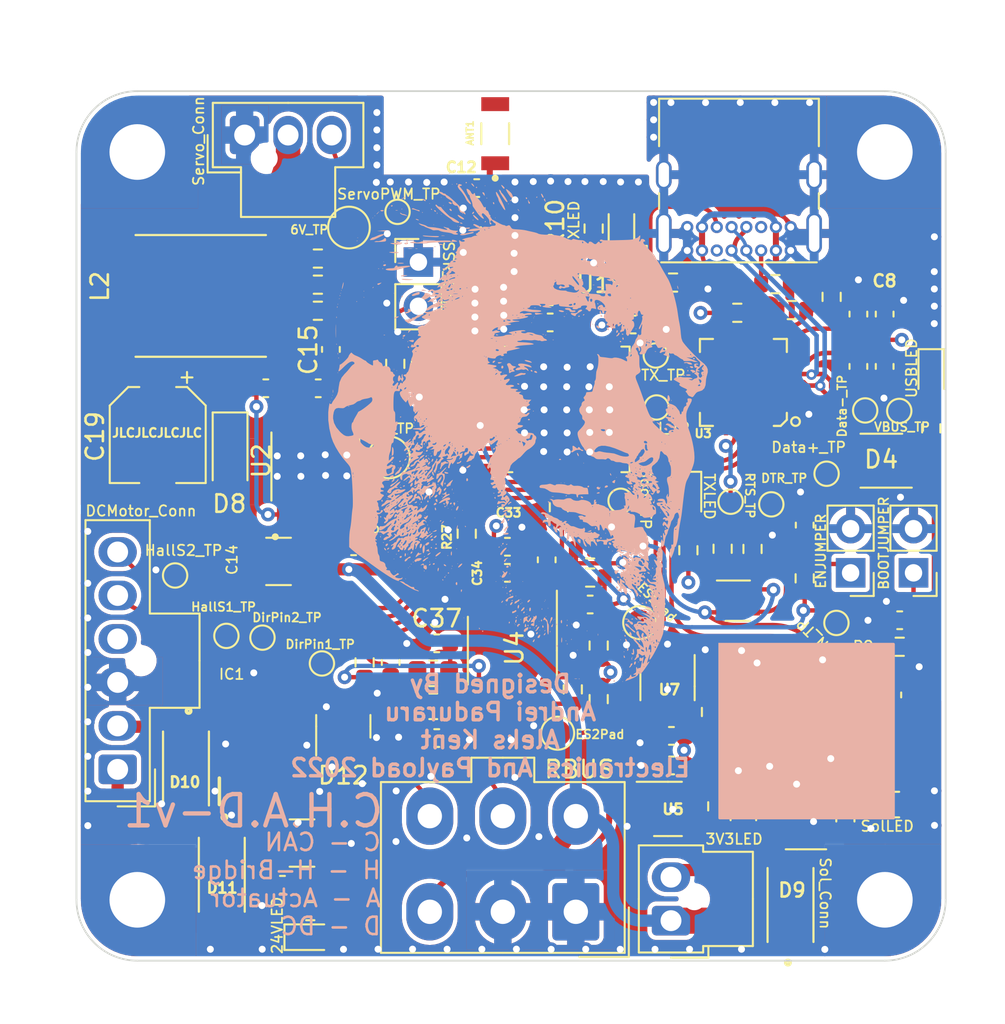
<source format=kicad_pcb>
(kicad_pcb (version 20211014) (generator pcbnew)
  (layers (0 "F.Cu" jumper) (1 "In1.Cu" signal) (2 "In2.Cu" signal) (31 "B.Cu" signal) (34 "B.Paste" user) (35 "F.Paste" user) (36 "B.SilkS" user "B.Silkscreen") (37 "F.SilkS" user "F.Silkscreen") (38 "B.Mask" user) (39 "F.Mask" user) (44 "Edge.Cuts" user))
  (net 0 "")
  (net 1 "Net-(C1-Pad1)")
  (net 2 "GND")
  (net 3 "/EN")
  (net 4 "+3V3")
  (net 5 "Net-(C6-Pad1)")
  (net 6 "VBUS")
  (net 7 "/LNA_IN")
  (net 8 "Net-(ANT1-Pad1)")
  (net 9 "Net-(C13-Pad1)")
  (net 10 "+24V")
  (net 11 "Net-(C15-Pad2)")
  (net 12 "Net-(C16-Pad1)")
  (net 13 "Net-(C16-Pad2)")
  (net 14 "+6V")
  (net 15 "/USB -> UART/Data-")
  (net 16 "/USB -> UART/Data+")
  (net 17 "Net-(J3-PadA5)")
  (net 20 "Net-(J3-PadB5)")
  (net 21 "/Motor+")
  (net 22 "/Motor-")
  (net 23 "/Hall1")
  (net 24 "/Hall2")
  (net 25 "/RTS")
  (net 26 "/BOOT")
  (net 27 "Net-(Q1-Pad5)")
  (net 28 "Net-(Q1-Pad2)")
  (net 29 "/DTR")
  (net 30 "/SolEN")
  (net 31 "/SolGND")
  (net 32 "Net-(Q2-Pad1)")
  (net 33 "Net-(R17-Pad2)")
  (net 34 "/VSENSE")
  (net 35 "/RXD")
  (net 36 "/TXD")
  (net 37 "/CAN_HIGH")
  (net 38 "/CAN_LOW")
  (net 39 "/ServoPWM")
  (net 40 "/HBridgeDIR1")
  (net 41 "/CAN_RX")
  (net 42 "/CAN_TX")
  (net 43 "/HBridgeDIR2")
  (net 52 "Net-(C32-Pad2)")
  (net 67 "Net-(C35-Pad1)")
  (net 87 "Net-(R3-Pad2)")
  (net 92 "Net-(C25-Pad2)")
  (net 93 "Net-(R24-Pad2)")
  (net 96 "Net-(J1-Pad3)")
  (net 97 "/SSRGPIO")
  (net 98 "/CAN-BUS/Vref")
  (net 99 "Net-(R27-Pad2)")
  (net 100 "Net-(R28-Pad1)")
  (net 101 "/ES1GPIO")
  (net 102 "/ES2GPIO")
  (net 103 "Net-(3V3LED1-Pad2)")
  (net 104 "Net-(24VLED1-Pad2)")
  (net 105 "Net-(BOOTJUMPER1-Pad1)")
  (net 106 "Net-(R10-Pad2)")
  (net 107 "Net-(R11-Pad2)")
  (net 108 "Net-(R13-Pad1)")
  (net 109 "Net-(R18-Pad2)")
  (footprint "Connector_PinHeader_2.54mm:PinHeader_1x02_P2.54mm_Vertical" (layer "F.Cu") (at 74.67 39.83)
    (fp_text reference "J6" hide)
    (fp_text value "Conn_01x02_Male")
  )
  (footprint "TestPoint:TestPoint_Pad_D2.0mm" (layer "F.Cu") (at 72.98 51.06 -90)
    (fp_text reference "TP14" hide)
    (fp_text value "TestPoint")
  )
  (footprint "Resistor_SMD:R_0603_1608Metric" (layer "F.Cu") (at 101.475 69.5 180)
    (fp_text reference "R13" hide)
    (fp_text value "470")
  )
  (footprint "Resistor_SMD:R_0603_1608Metric" (layer "F.Cu") (at 68.45 77.15)
    (fp_text reference "R4" hide)
    (fp_text value "3.5k")
  )
  (footprint "TestPoint:TestPoint_Pad_D1.0mm" (layer "F.Cu") (at 69.12 62.91)
    (fp_text reference "TP24" hide)
    (fp_text value "TestPoint")
  )
  (footprint "MountingHole:MountingHole_3.2mm_M3_DIN965_Pad" (layer "F.Cu") (at 58.5 76.5)
    (fp_text reference "H1" hide)
    (fp_text value "MountingHole_Pad")
  )
  (footprint "Resistor_SMD:R_0603_1608Metric" (layer "F.Cu") (at 77.45 55.45 -90)
    (fp_text reference "R27")
    (fp_text value "90")
  )
  (footprint "iclr:DIO_V3PAN50-M3_I" (layer "F.Cu") (at 63.36 75.06 -90)
    (fp_text reference "D11")
    (fp_text value "V8PAM10S")
  )
  (footprint "Inductor_SMD:L_0603_1608Metric_Pad1.05x0.95mm_HandSolder" (layer "F.Cu") (at 78.775 38 90)
    (fp_text reference "L1" hide)
    (fp_text value "LQG15WZ1N8B02D")
  )
  (footprint "Capacitor_SMD:C_1210_3225Metric" (layer "F.Cu") (at 67.975 73.2375)
    (fp_text reference "C7" hide)
    (fp_text value "10uF")
  )
  (footprint "Resistor_SMD:R_0603_1608Metric" (layer "F.Cu") (at 96.15 42.59)
    (fp_text reference "R3" hide)
    (fp_text value "24k")
  )
  (footprint "Capacitor_SMD:C_0603_1608Metric" (layer "F.Cu") (at 82.25 41.8 180)
    (fp_text reference "C5" hide)
    (fp_text value "1uF")
  )
  (footprint "Resistor_SMD:R_0603_1608Metric" (layer "F.Cu") (at 85.04 64.96 -90)
    (fp_text reference "R35" hide)
    (fp_text value "10k")
  )
  (footprint "Resistor_SMD:R_0603_1608Metric" (layer "F.Cu") (at 83.55 64.4 90)
    (fp_text reference "R28" hide)
    (fp_text value "10k")
  )
  (footprint "Capacitor_SMD:C_0603_1608Metric" (layer "F.Cu") (at 75.725 67.2)
    (fp_text reference "C36" hide)
    (fp_text value "220pF")
  )
  (footprint "iclr:SOIC127P600X100-9N" (layer "F.Cu") (at 65.825 67.55 90)
    (fp_text reference "IC1")
    (fp_text value "BD62120AEFJ-E2" hide)
  )
  (footprint "Connector_Molex:Molex_Nano-Fit_105309-xx06_1x06_P2.50mm_Vertical" (layer "F.Cu") (at 57.37 69 180)
    (fp_text reference "J5" hide)
    (fp_text value "Conn_01x06_Male")
  )
  (footprint "TestPoint:TestPoint_Pad_D1.0mm" (layer "F.Cu") (at 65.7 61.425)
    (fp_text reference "TP16" hide)
    (fp_text value "TestPoint")
  )
  (footprint "Resistor_SMD:R_0805_2012Metric" (layer "F.Cu") (at 75.525 63.475)
    (fp_text reference "R30" hide)
    (fp_text value "60")
  )
  (footprint "TestPoint:TestPoint_Pad_D1.0mm" (layer "F.Cu") (at 94.97 53.760229)
    (fp_text reference "TP4" hide)
    (fp_text value "TestPoint")
  )
  (footprint "Capacitor_SMD:CP_Elec_5x5.9" (layer "F.Cu") (at 59.675 49.775 -90)
    (fp_text reference "C19")
    (fp_text value "100uF")
  )
  (footprint "Resistor_SMD:R_0603_1608Metric" (layer "F.Cu") (at 73.34 45.68 90)
    (fp_text reference "R31" hide)
    (fp_text value "10k")
  )
  (footprint "Resistor_SMD:R_0603_1608Metric" (layer "F.Cu") (at 84.75 37.9 90)
    (fp_text reference "R10")
    (fp_text value "470")
  )
  (footprint "Capacitor_SMD:C_0603_1608Metric" (layer "F.Cu") (at 82.05 56.95 -90)
    (fp_text reference "C32" hide)
    (fp_text value "160pF")
  )
  (footprint "Resistor_SMD:R_0603_1608Metric" (layer "F.Cu") (at 82.75 53.925 -90)
    (fp_text reference "R26" hide)
    (fp_text value "90")
  )
  (footprint "Connector_Molex:Molex_Mini-Fit_Jr_5566-06A_2x03_P4.20mm_Vertical" (layer "F.Cu") (at 83.725 77.19 180)
    (fp_text reference "J1" hide)
    (fp_text value "Conn_01x05_Male")
  )
  (footprint "Capacitor_SMD:C_0603_1608Metric" (layer "F.Cu") (at 99.98 42.82 -90)
    (fp_text reference "C10" hide)
    (fp_text value "0.1uF")
  )
  (footprint "Package_TO_SOT_SMD:SOT-23" (layer "F.Cu") (at 96.45 72.0375 180)
    (fp_text reference "Q2")
    (fp_text value "SI2366DS")
  )
  (footprint "Capacitor_SMD:C_0603_1608Metric" (layer "F.Cu") (at 78 40.425 180)
    (fp_text reference "C11" hide)
    (fp_text value "33pF")
  )
  (footprint "Capacitor_SMD:C_0603_1608Metric" (layer "F.Cu") (at 70.942039 56.172038)
    (fp_text reference "C6")
    (fp_text value "10 nF")
  )
  (footprint "LED_SMD:LED_0603_1608Metric" (layer "F.Cu") (at 68.45 78.65)
    (fp_text reference "24VLED1" hide)
    (fp_text value "24V_LED")
  )
  (footprint "LED_SMD:LED_0603_1608Metric" (layer "F.Cu") (at 93.3625 71.125 -90)
    (fp_text reference "3V3LED1" hide)
    (fp_text value "3V3LED")
  )
  (footprint "Package_TO_SOT_SMD:SOT-23-5" (layer "F.Cu") (at 89.025 71.275)
    (fp_text reference "U5")
    (fp_text value "LTC4411")
  )
  (footprint "Capacitor_SMD:C_0603_1608Metric" (layer "F.Cu") (at 79.79 57.7)
    (fp_text reference "C34")
    (fp_text value "10uF")
  )
  (footprint "LED_SMD:LED_0603_1608Metric" (layer "F.Cu") (at 90.205 53.3725 -90)
    (fp_text reference "TXLED1" hide)
    (fp_text value "TX_LED" hide)
  )
  (footprint "Resistor_SMD:R_0603_1608Metric" (layer "F.Cu") (at 84.55 57.97)
    (fp_text reference "R7" hide)
    (fp_text value "10K")
  )
  (footprint "iclr:DIO_V3PAN50-M3_I" (layer "F.Cu") (at 96.075 76.8 90)
    (fp_text reference "D9")
    (fp_text value "V8PAM10S")
  )
  (footprint "Connector_USB:USB_C_Receptacle_GCT_USB4085" (layer "F.Cu") (at 96.085 39.165 180)
    (fp_text reference "J3" hide)
    (fp_text value "USB_C_Receptacle_USB2.0")
  )
  (footprint "Resistor_SMD:R_0603_1608Metric" (layer "F.Cu") (at 91.5 65.7 -90)
    (fp_text reference "R24" hide)
    (fp_text value "56k")
  )
  (footprint "Capacitor_SMD:C_0603_1608Metric" (layer "F.Cu") (at 96.890855 54.955 90)
    (fp_text reference "C1" hide)
    (fp_text value "0.1uF")
  )
  (footprint "Resistor_SMD:R_0603_1608Metric" (layer "F.Cu") (at 89.31854 41.007319 180)
    (fp_text reference "R16" hide)
    (fp_text value "5.1k")
  )
  (footprint "Resistor_SMD:R_0603_1608Metric" (layer "F.Cu") (at 85.04 61.88 90)
    (fp_text reference "R34" hide)
    (fp_text value "10k")
  )
  (footprint "LED_SMD:LED_0603_1608Metric" (layer "F.Cu") (at 86.35 37.875 90)
    (fp_text reference "RXLED1" hide)
    (fp_text value "RX_LED")
  )
  (footprint "Resistor_SMD:R_0603_1608Metric" (layer "F.Cu") (at 68.887039 42.628088 180)
    (fp_text reference "R20" hide)
    (fp_text value "54.9K")
  )
  (footprint "iclr:DIO_V3PAN50-M3_I" (layer "F.Cu") (at 61.3 68.95 -90)
    (fp_text reference "D10")
    (fp_text value "V8PAM10S")
  )
  (footprint "Resistor_SMD:R_0603_1608Metric" (layer "F.Cu") (at 91.8625 71.125 90)
    (fp_text reference "R14" hide)
    (fp_text value "470")
  )
  (footprint "Resistor_SMD:R_0603_1608Metric" (layer "F.Cu") (at 68.887039 39.627038)
    (fp_text reference "R22" hide)
    (fp_text value "10K")
  )
  (footprint "Resistor_SMD:R_0603_1608Metric" (layer "F.Cu") (at 99.231049 71.760418 90)
    (fp_text reference "R21" hide)
    (fp_text value "110")
  )
  (footprint "MountingHole:MountingHole_3.2mm_M3_DIN965_Pad" (layer "F.Cu") (at 101.5 33.5)
    (fp_text reference "H2" hide)
    (fp_text value "MountingHole_Pad")
  )
  (footprint "Resistor_SMD:R_0603_1608Metric" (layer "F.Cu") (at 93.89 56.325229 90)
    (fp_text reference "R2" hide)
    (fp_text value "10K")
  )
  (footprint "Resistor_SMD:R_0603_1608Metric" (layer "F.Cu") (at 98.44 41.83 -90)
    (fp_text reference "R6" hide)
    (fp_text value "47k")
  )
  (footprint "TestPoint:TestPoint_Pad_D1.5mm" (layer "F.Cu") (at 87.4 60.56)
    (fp_text reference "J7" hide)
    (fp_text value "Endstop Switch 1")
  )
  (footprint "LED_SMD:LED_0603_1608Metric" (layer "F.Cu") (at 104.17 46.3225 -90)
    (fp_text reference "USBLED1" hide)
    (fp_text value "USB_LED")
  )
  (footprint "TestPoint:TestPoint_Pad_D1.0mm" (layer "F.Cu") (at 88.325 45.2)
    (fp_text reference "TP11" hide)
    (fp_text value "TestPoint")
  )
  (footprint "Capacitor_SMD:C_0603_1608Metric" (layer "F.Cu") (at 66.85 75.6375 180)
    (fp_text reference "C17" hide)
    (fp_text value "0.1uF")
  )
  (footprint "Capacitor_SMD:C_0603_1608Metric" (layer "F.Cu") (at 89.2375 68.775 180)
    (fp_text reference "C22" hide)
    (fp_text value "4.7uF")
  )
  (footprint "iclr:SOIC127P599X175-8N" (layer "F.Cu") (at 68.74 51.585019 90)
    (fp_text reference "U2")
    (fp_text value "TPS54233D")
  )
  (footprint "Diode_SMD:D_SOD-123" (layer "F.Cu") (at 63.837039 50.727038 -90)
    (fp_text reference "D8")
    (fp_text value "MBR260HWTR")
  )
  (footprint "Capacitor_SMD:C_0603_1608Metric" (layer "F.Cu") (at 75.725 61.75)
    (fp_text reference "C37")
    (fp_text value "220 pF")
  )
  (footprint "TestPoint:TestPoint_Pad_D1.0mm" (layer "F.Cu") (at 92.63 53.610229)
    (fp_text reference "TP1" hide)
    (fp_text value "TestPoint")
  )
  (footprint "TestPoint:TestPoint_Pad_D1.0mm" (layer "F.Cu") (at 63.625 61.325)
    (fp_text reference "TP3" hide)
    (fp_text value "TestPoint")
  )
  (footprint "iclr:SOIC127P599X175-9N" (layer "F.Cu") (at 97.49 66 180)
    (fp_text reference "U6")
    (fp_text value "RT9025-25GSP")
  )
  (footprint "Capacitor_SMD:C_0603_1608Metric" (layer "F.Cu") (at 89.225 67.075 180)
    (fp_text reference "C23" hide)
    (fp_text value "4.7uF")
  )
  (footprint "TestPoint:TestPoint_Pad_D1.0mm" (layer "F.Cu") (at 98.15 52 180)
    (fp_text reference "TP18" hide)
    (fp_text value "TestPoint")
  )
  (footprint "Connector_PinHeader_2.54mm:PinHeader_1x02_P2.54mm_Vertical" (layer "F.Cu") (at 103.15 57.7 180)
    (fp_text reference "BOOTJUMPER1" hide)
    (fp_text value "Conn_01x02_Male" hide)
  )
  (footprint "Capacitor_SMD:C_1210_3225Metric" (layer "F.Cu") (at 66.625 57.042519 180)
    (fp_text reference "C14")
    (fp_text value "10uF")
  )
  (footprint "TestPoint:TestPoint_Pad_D1.0mm" (layer "F.Cu") (at 98.715855 60.58)
    (fp_text reference "TP5" hide)
    (fp_text value "TestPoint")
  )
  (footprint "Package_SO:SOIC-8_3.9x4.9mm_P1.27mm" (layer "F.Cu") (at 80.075 62.175 -90)
    (fp_text reference "U4")
    (fp_text value "SN65HVD230")
  )
  (footprint "Connector_PinHeader_2.54mm:PinHeader_1x02_P2.54mm_Vertical" (layer "F.Cu") (at 99.530855 57.7 180)
    (fp_text reference "ENJUMPER1" hide)
    (fp_text value "Conn_01x02_Male" hide)
  )
  (footprint "TestPoint:TestPoint_Pad_D1.0mm" (layer "F.Cu") (at 88.37 48.19)
    (fp_text reference "TP13" hide)
    (fp_text value "TestPoint")
  )
  (footprint "Resistor_SMD:R_0603_1608Metric" (layer "F.Cu") (at 71.575 62.85 90)
    (fp_text reference "R33" hide)
    (fp_text value "0")
  )
  (footprint "Capacitor_SMD:C_0603_1608Metric" (layer "F.Cu") (at 79.79 56.2)
    (fp_text reference "C33")
    (fp_text value "100nF")
  )
  (footprint "Resistor_SMD:R_0603_1608Metric" (layer "F.Cu") (at 76.96 47.92)
    (fp_text reference "R32" hide)
    (fp_text value "10k")
  )
  (footprint "Resistor_SMD:R_0603_1608Metric" (layer "F.Cu") (at 95.209388 41.097834)
    (fp_text reference "R15" hide)
    (fp_text value "5.1k")
  )
  (footprint "Connector_Molex:Molex_Nano-Fit_105309-xx03_1x03_P2.50mm_Vertical" (layer "F.Cu") (at 64.675 32.525 90)
    (fp_text reference "J4" hide)
    (fp_text value "Conn_01x03_Male")
  )
  (footprint "Resistor_SMD:R_0603_1608Metric" (layer "F.Cu") (at 96.890855 58.015 90)
    (fp_text reference "R5" hide)
    (fp_text value "470")
  )
  (footprint "Resistor_SMD:R_0603_1608Metric" (layer "F.Cu") (at 102.355855 61.95)
    (fp_text reference "R9")
    (fp_text value "470")
  )
  (footprint "Package_TO_SOT_SMD:SOT-363_SC-70-6" (layer "F.Cu") (at 93.04 59.300229)
    (fp_text reference "Q1" hide)
    (fp_text value "MMDT2222A")
  )
  (footprint "Capacitor_SMD:C_0603_1608Metric" (layer "F.Cu") (at 82.25 40.3 180)
    (fp_text reference "C26" hide)
    (fp_text value "100pF")
  )
  (footprint "Package_TO_SOT_SMD:SOT-23-5" (layer "F.Cu") (at 89 64.225 -90)
    (fp_text reference "U7")
    (fp_text value "LTC4411")
  )
  (footprint "Resistor_SMD:R_0603_1608Metric" (layer "F.Cu") (at 98.475 69.5 180)
    (fp_text reference "R12" hide)
    (fp_text value "10k")
  )
  (footprint "Capacitor_SMD:C_0603_1608Metric" (layer "F.Cu") (at 84.51 53.95 -90)
    (fp_text reference "C30" hide)
    (fp_text value "0.1uF")
  )
  (footprint "MountingHole:MountingHole_3.2mm_M3_DIN965_Pad" (layer "F.Cu") (at 101.5 76.5)
    (fp_text reference "H3" hide)
    (fp_text value "MountingHole_Pad")
  )
  (footprint "iclr:QFN28G_0.5-5X5MM" (layer "F.Cu") (at 93.36325 46.75 180)
    (property "VALUE" "CP2102-GMR-QFN28")
    (fp_text reference "U3")
    (fp_text value "INTERFACE-CP2102-GMR(QFN28)")
  )
  (footprint "TestPoint:TestPoint_Pad_D1.0mm" (layer "F.Cu") (at 100.37 48.36 180)
    (fp_text reference "TP17" hide)
    (fp_text value "TestPoint")
  )
  (footprint "Capacitor_SMD:C_0603_1608Metric" (layer "F.Cu") (at 102.355855 60.425 180)
    (fp_text reference "C3" hide)
    (fp_text value "0.1uF")
  )
  (footprint "Resistor_SMD:R_0603_1608Metric" (layer "F.Cu") (at 90.2 56.4 90)
    (fp_text reference "R11" hide)
    (fp_text value "470")
  )
  (footprint "Package_DFN_QFN:QFN-48-1EP_7x7mm_P0.5mm_EP5.3x5.3mm" (layer "F.Cu") (at 83.21 48.3)
    (fp_text reference "U1")
    (fp_text value "ESP32-PICO-D4")
  )
  (footprint "TestPoint:TestPoint_Pad_D1.0mm" (layer "F.Cu") (at 102.33 48.39 180)
    (fp_text reference "TP19" hide)
    (fp_text value "TestPoint")
  )
  (footprint "Capacitor_SMD:C_0603_1608Metric" (layer "F.Cu") (at 69.637039 44.852038 90)
    (fp_text reference "C15")
    (fp_text value "130pF")
  )
  (footprint "iclr:ANT_AMCA31-2R450G-S1F-T3" (layer "F.Cu") (at 79.086934 32.447578 90)
    (fp_text reference "ANT1")
    (fp_text value "AMCA31-2R450G-S1F-T3")
  )
  (footprint "TestPoint:TestPoint_Pad_D1.0mm" (layer "F.Cu") (at 60.675 57.85)
    (fp_text reference "TP2" hide)
    (fp_text value "TestPoint")
  )
  (footprint "TestPoint:TestPoint_Pad_D1.5mm" (layer "F.Cu") (at 82.68 66.92)
    (fp_text reference "J8" hide)
    (fp_text value "Endstop Switch 2")
  )
  (footprint "Capacitor_SMD:C_0603_1608Metric" (layer "F.Cu") (at 84.55 59.52 180)
    (fp_text reference "C2" hide)
    (fp_text value "0.1uF")
  )
  (footprint "LED_SMD:LED_0603_1608Metric" (layer "F.Cu") (at 101.525 71.025)
    (fp_text reference "SolLED1" hide)
    (fp_text value "Solenoid LED")
  )
  (footprint "TestPoint:TestPoint_Pad_D1.0mm" (layer "F.Cu") (at 73.47 36.94)
    (fp_text reference "TP12" hide)
    (fp_text value "TestPoint")
  )
  (footprint "TestPoint:TestPoint_Pad_D1.0mm" (layer "F.Cu") (at 86.4 40.45)
    (fp_text reference "TP10" hide)
    (fp_text value "TestPoint")
  )
  (footprint "TestPoint:TestPoint_Pad_D2.0mm" (layer "F.Cu") (at 70.675 37.844)
    (fp_text reference "TP15" hide)
    (fp_text value "TestPoint")
  )
  (footprint "Resistor_SMD:R_0603_1608Metric" (layer "F.Cu") (at 84.55 56.35)
    (fp_text reference "R8" hide)
    (fp_text value "10K")
  )
  (footprint "Resistor_SMD:R_0603_1608Metric" (layer "F.Cu") (at 92.25 67.975)
    (fp_text reference "R25" hide)
    (fp_text value "10k")
  )
  (footprint "Capacitor_SMD:C_0603_1608Metric" (layer "F.Cu") (at 68.907563 47.087409 180)
    (fp_text reference "C13" hide)
    (fp_text value "130pF")
  )
  (footprint "Resistor_SMD:R_0603_1608Metric" (layer "F.Cu") (at 104.17 49.39 90)
    (fp_text reference "R18" hide)
    (fp_text value "470")
  )
  (footprint "MountingHole:MountingHole_3.2mm_M3_DIN965_Pad" (layer "F.Cu") (at 58.5 33.5)
    (fp_text reference "H4" hide)
    (fp_text value "MountingHole_Pad")
  )
  (footprint "Capacitor_SMD:C_0603_1608Metric" (layer "F.Cu") (at 87.025 43.42)
    (fp_text reference "C31" hide)
    (fp_text value "0.1uF")
  )
  (footprint "iclr:IND_ETQP5M330YFM" (layer "F.Cu") (at 62.15 41.775 180)
    (fp_text reference "L2")
    (fp_text value "33uH")
  )
  (footprint "Capacitor_SMD:C_0603_1608Metric" (layer "F.Cu") (at 76.26 45.68 90)
    (fp_text reference "C28" hide)
    (fp_text value "1uF")
  )
  (footprint "Capacitor_SMD:C_0603_1608Metric" (layer "F.Cu") (at 78.025 35.575 180)
    (fp_text reference "C12")
    (fp_text value "100pF")
  )
  (footprint "TestPoint:TestPoint_Pad_D1.0mm" (layer "F.Cu") (at 86.3 53.555)
    (fp_text reference "TP9" hide)
    (fp_text value "TestPoint")
  )
  (footprint "Capacitor_SMD:C_0603_1608Metric" (layer "F.Cu") (at 101.49 45.83 90)
    (fp_text reference "C18" hide)
    (fp_text value "4.7uF")
  )
  (footprint "Capacitor_SMD:C_0603_1608Metric" (layer "F.Cu") (at 74.8 45.68 90)
    (fp_text reference "C27" hide)
    (fp_text value "10uF")
  )
  (footprint "Package_TO_SOT_SMD:SOT-23" (layer "F.Cu") (at 70.35 66.525 90)
    (fp_text reference "D12")
    (fp_text value "SM712_SOT23")
  )
  (footprint "Package_TO_SOT_SMD:SOT-143" (layer "F.Cu") (at 101.3 51.25 180)
    (fp_text reference "D4")
    (fp_text value "SP0503BAHT")
  )
  (footprint "Resistor_SMD:R_0603_1608Metric" (layer "F.Cu") (at 92.17 56.315229 90)
    (fp_text reference "R1" hide)
    (fp_text value "10K")
  )
  (footprint "Resistor_SMD:R_0805_2012Metric" (layer "F.Cu") (at 75.525 65.375 180)
    (fp_text reference "R29" hide)
    (fp_text value "60")
  )
  (footprint "Capacitor_SMD:C_0603_1608Metric" (layer "F.Cu") (at 82.25 43.3 180)
    (fp_text reference "C4" hide)
    (fp_text value "0.1uF")
  )
  (footprint "Resistor_SMD:R_0603_1608Metric" (layer "F.Cu") (at 68.887662 41.128088 180)
    (fp_text reference "R23" hide)
    (fp_text value "1.54K")
  )
  (footprint "Capacitor_SMD:C_0603_1608Metric" (layer "F.Cu") (at 99.98 45.83 90)
    (fp_text reference "C9" hide)
    (fp_text value "0.1uF" hide)
  )
  (footprint "Connector_Molex:Molex_Nano-Fit_105309-xx02_1x02_P2.50mm_Vertical" (layer "F.Cu") (at 89.2 77.7 180)
    (fp_text reference "J2" hide)
    (fp_text value "Solenoid(Sol)")
  )
  (footprint "Capacitor_SMD:C_0603_1608Metric" (layer "F.Cu") (at 73.075 62.85 90)
    (fp_text reference "C35" hide)
    (fp_text value "0.1uF")
  )
  (footprint "Resistor_SMD:R_0603_1608Metric" (layer "F.Cu") (at 93.013828 42.74511)
    (fp_text reference "R17" hide)
    (fp_text value "4.7k")
  )
  (footprint "Capacitor_SMD:C_0603_1608Metric" (layer "F.Cu") (at 92.25 63.425 180)
    (fp_text reference "C25" hide)
    (fp_text value "10uF")
  )
  (footprint "Capacitor_SMD:C_0603_1608Metric" (layer "F.Cu") (at 101.49 42.82 -90)
    (fp_text reference "C8")
    (fp_text value "1.0uF")
  )
  (footprint "Capacitor_SMD:C_0603_1608Metric" (layer "F.Cu") (at 77.72 45.68 90)
    (fp_text reference "C29" hide)
    (fp_text value "0.1uF")
  )
  (footprint "Capacitor_SMD:C_0603_1608Metric" (layer "F.Cu") (at 65.89211 47.084757)
    (fp_text reference "C16" hide)
    (fp_text value "0.1uF" hide)
  )
  (footprint "Capacitor_SMD:C_0603_1608Metric" (layer "F.Cu") (at 101.93 64.72 -90)
    (fp_text reference "C20" hide)
    (fp_text value "10uF")
  )
  (footprint "LOGO" (layer "B.Cu") (at 80.414717 49.044031 180)
    (fp_text reference "G***" hide)
    (fp_text value "LOGO" hide)
  )
  (gr_rect (start 92 61.8) (end 102 71.8) (layer "B.SilkS") (width 0.15) (fill solid))
  (gr_arc (start 101.5 30) (mid 103.974874 31.025126) (end 105 33.5) (layer "Edge.Cuts") (width 0.1))
  (gr_arc (start 55 33.5) (mid 56.025126 31.025126) (end 58.5 30) (layer "Edge.Cuts") (width 0.1))
  (gr_line (start 101.5 80) (end 58.5 80) (layer "Edge.Cuts") (width 0.1))
  (gr_line (start 55 76.5) (end 55 33.5) (layer "Edge.Cuts") (width 0.1))
  (gr_arc (start 58.5 80) (mid 56.025126 78.974874) (end 55 76.5) (layer "Edge.Cuts") (width 0.1))
  (gr_line locked (start 58.5 30) (end 101.5 30) (layer "Edge.Cuts") (width 0.1))
  (gr_line locked (start 105 33.5) (end 105 76.5) (layer "Edge.Cuts") (width 0.1))
  (gr_arc (start 105 76.5) (mid 103.974874 78.974874) (end 101.5 80) (layer "Edge.Cuts") (width 0.1))
  (gr_text "C.H.A.D-v1" (at 72.8 71.4) (layer "B.SilkS") (effects (font (size 1.8 1.8) (thickness 0.25)) (justify left mirror)))
  (gr_text "Designed By\nAndrei Paduraru\nAleks Kent\nElectronics And Payload 2022" (at 78.8 66.5) (layer "B.SilkS") (effects (font (size 1 1) (thickness 0.2)) (justify mirror)))
  (gr_text "C - CAN\nH - H-Bridge\nA - Actuator\nD - DC" (at 72.6 75.6) (layer "B.SilkS") (effects (font (size 1 1)) (justify left mirror)))
  (gr_text "RX_TP" (at 87.49 40.09 270) (layer "F.SilkS") (effects (font (size 0.6 0.6) (thickness 0.1))))
  (gr_text "Data+_TP\n" (at 97.12 50.48) (layer "F.SilkS") (effects (font (size 0.6 0.6) (thickness 0.1))))
  (gr_text "SolLED\n" (at 101.64 72.27) (layer "F.SilkS") (effects (font (size 0.6 0.6) (thickness 0.1))))
  (gr_text "Sol_Conn" (at 98.07 76.13 270) (layer "F.SilkS") (effects (font (size 0.6 0.6) (thickness 0.1))))
  (gr_text "24VLED" (at 66.55 77.97 90) (layer "F.SilkS") (effects (font (size 0.6 0.6) (thickness 0.1))))
  (gr_text "Data-_TP\n" (at 99.04 48.11 90) (layer "F.SilkS") (effects (font (size 0.5 0.5) (thickness 0.1))))
  (gr_text "DCMotor_Conn" (at 58.71 54.14) (layer "F.SilkS") (effects (font (size 0.6 0.6) (thickness 0.1))))
  (gr_text "DirPin2_TP\n" (at 67.11 60.27) (layer "F.SilkS") (effects (font (size 0.5 0.5) (thickness 0.1))))
  (gr_text "DTR_TP" (at 95.71 52.26) (layer "F.SilkS") (effects (font (size 0.5 0.5) (thickness 0.1))))
  (gr_text "VBUS_TP" (at 102.49 49.31) (layer "F.SilkS") (effects (font (size 0.5 0.5) (thickness 0.1))))
  (gr_text "BOOTJUMPER\n" (at 101.44 55.99 90) (layer "F.SilkS") (effects (font (size 0.55 0.55) (thickness 0.1))))
  (gr_text "RXLED\n" (at 83.61 37.7 90) (layer "F.SilkS") (effects (font (size 0.6 0.6) (thickness 0.1))))
  (gr_text "ES1Pad" (at 88.39 59.39 -45) (layer "F.SilkS") (effects (font (size 0.5 0.5) (thickness 0.1))))
  (gr_text "HallS1_TP\n" (at 63.46 59.66) (layer "F.SilkS") (effects (font (size 0.5 0.5) (thickness 0.1))))
  (gr_text "JLCJLCJLCJLC" (at 59.64 49.65) (layer "F.SilkS") (effects (font (size 0.5 0.5) (thickness 0.125))))
  (gr_text "SSR_Conn" (at 76.4 40.86 270) (layer "F.SilkS") (effects (font (size 0.6 0.6) (thickness 0.1))))
  (gr_text "Boot_TP" (at 87.74 53.43 270) (layer "F.SilkS") (effects (font (size 0.6 0.6) (thickness 0.1))))
  (gr_text "TXLED\n" (at 91.41 53.31 270) (layer "F.SilkS") (effects (font (size 0.6 0.6) (thickness 0.1))))
  (gr_text "TX_TP" (at 88.76 46.33) (layer "F.SilkS") (effects (font (size 0.6 0.6) (thickness 0.1))))
  (gr_text "ServoPWM_TP\n" (at 72.97 35.92) (layer "F.SilkS") (effects (font (size 0.6 0.6) (thickness 0.1))))
  (gr_text "6V_TP" (at 68.39 37.97) (layer "F.SilkS") (effects (font (size 0.5 0.5) (thickness 0.1))))
  (gr_text "HallS2_TP\n" (at 61.16 56.41) (layer "F.SilkS") (effects (font (size 0.6 0.6) (thickness 0.1))))
  (gr_text "USBLED\n" (at 103.04 45.93 90) (layer "F.SilkS") (effects (font (size 0.6 0.6) (thickness 0.1))))
  (gr_text "24V_TP" (at 72.96 49.4) (layer "F.SilkS") (effects (font (size 0.55 0.55) (thickness 0.1))))
  (gr_text "EN_TP" (at 97.54 61.39 135) (layer "F.SilkS") (effects (font (size 0.6 0.6) (thickness 0.1))))
  (gr_text "RBUS" (at 83.93 69) (layer "F.SilkS") (effects (font (size 1 1))))
  (gr_text "ES2Pad" (at 85.11 66.99) (layer "F.SilkS") (effects (font (size 0.5 0.5) (thickness 0.1))))
  (gr_text "3V3LED" (at 92.83 73.01) (layer "F.SilkS") (effects (font (size 0.6 0.6) (thickness 0.1))))
  (gr_text "Servo_Conn" (at 62.03 32.87 90) (layer "F.SilkS") (effects (font (size 0.6 0.6) (thickness 0.1))))
  (gr_text "RTS_TP" (at 93.74 53.25 270) (layer "F.SilkS") (effects (font (size 0.5 0.5) (thickness 0.1))))
  (gr_text "Sol_TP" (at 88.81 49.38) (layer "F.SilkS") (effects (font (size 0.6 0.6) (thickness 0.1))))
  (gr_text "ENJUMPER\n" (at 97.82 56.45 90) (layer "F.SilkS") (effects (font (size 0.55 0.55) (thickness 0.1))))
  (gr_text "DirPin1_TP\n" (at 69.02 61.81) (layer "F.SilkS") (effects (font (size 0.5 0.5) (thickness 0.1))))
  (segment (start 96.890855 57.19) (end 99.020855 57.19) (width 0.25) (layer "F.Cu") (net 1))
  (segment (start 96.890855 57.19) (end 96.890855 55.73) (width 0.25) (layer "F.Cu") (net 1))
  (segment (start 97.13 47.962842) (end 97.13 48.58) (width 0.25) (layer "F.Cu") (net 2))
  (segment (start 65.19 64.838) (end 65.19 66.016975) (width 0.7) (layer "F.Cu") (net 2))
  (segment (start 74.02 61.75) (end 74.95 61.75) (width 0.5) (layer "F.Cu") (net 2))
  (segment (start 90.135 39.165) (end 90.135 40.998779) (width 0.5) (layer "F.Cu") (net 2))
  (segment (start 88.785 38.185) (end 89.241741 38.185) (width 0.25) (layer "F.Cu") (net 2))
  (segment (start 95.95325 47.25) (end 96.374731 47.25) (width 0.25) (layer "F.Cu") (net 2))
  (segment (start 81.179809 55.30481) (end 82.05 56.175) (width 0.25) (layer "F.Cu") (net 2))
  (segment (start 73.859619 61.75) (end 74.02 61.75) (width 0.25) (layer "F.Cu") (net 2))
  (segment (start 75.324767 60.845234) (end 75.62 60.55) (width 0.5) (layer "F.Cu") (net 2))
  (via (at 70.55 52.125) (size 0.8) (drill 0.4) (layers "F.Cu" "B.Cu") (net 2))
  (via (at 80.225 36.25) (size 0.8) (drill 0.4) (layers "F.Cu" "B.Cu") (net 2))
  (via (at 83.75 60.7) (size 0.8) (drill 0.4) (layers "F.Cu" "B.Cu") (net 2))
  (via (at 76.321 79.342) (size 0.8) (drill 0.4) (layers "F.Cu" "B.Cu") (net 2))
  (via (at 75.62 60.55) (size 0.8) (drill 0.4) (layers "F.Cu" "B.Cu") (net 2))
  (via (at 73.39 70.24) (size 0.8) (drill 0.4) (layers "F.Cu" "B.Cu") (net 2))
  (via (at 98.048 79.351) (size 0.8) (drill 0.4) (layers "F.Cu" "B.Cu") (net 2))
  (via (at 84.525 50.75) (size 0.8) (drill 0.4) (layers "F.Cu" "B.Cu") (net 2))
  (via (at 102.4 53.35) (size 0.8) (drill 0.4) (layers "F.Cu" "B.Cu") (net 2))
  (via (at 104.349 42.366) (size 0.8) (drill 0.4) (layers "F.Cu" "B.Cu") (net 2))
  (via (at 55.651 66.263) (size 0.8) (drill 0.4) (layers "F.Cu" "B.Cu") (net 2))
  (via (at 100.7 72.4) (size 0.8) (drill 0.4) (layers "F.Cu" "B.Cu") (net 2))
  (via (at 81.875 50.725) (size 0.8) (drill 0.4) (layers "F.Cu" "B.Cu") (net 2))
  (via (at 84.55 45.85) (size 0.8) (drill 0.4) (layers "F.Cu" "B.Cu") (net 2))
  (via (at 100.53 60.43) (size 0.8) (drill 0.4) (layers "F.Cu" "B.Cu") (net 2))
  (via (at 69.7 68.86) (size 0.8) (drill 0.4) (layers "F.Cu" "B.Cu") (net 2))
  (via (at 81.9 48.325) (size 0.8) (drill 0.4) (layers "F.Cu" "B.Cu") (net 2))
  (via (at 93.075 69.075) (size 0.8) (drill 0.4) (layers "F.Cu" "B.Cu") (net 2))
  (via (at 77.92 42.19) (size 0.8) (drill 0.4) (layers "F.Cu" "B.Cu") (net 2))
  (via (at 81.875 45.85) (size 0.8) (drill 0.4) (layers "F.Cu" "B.Cu") (net 2))
  (via (at 74 61.76) (size 0.8) (drill 0.4) (layers "F.Cu" "B.Cu") (net 2))
  (via (at 62.97 70.25) (size 0.8) (drill 0.4) (layers "F.Cu" "B.Cu") (net 2))
  (via (at 81.275 35.2) (size 0.8) (drill 0.4) (layers "F.Cu" "B.Cu") (net 2))
  (via (at 96.65 53.05) (size 0.8) (drill 0.4) (layers "F.Cu" "B.Cu") (net 2))
  (via (at 79.58 42.89) (size 0.8) (drill 0.4) (layers "F.Cu" "B.Cu") (net 2))
  (via (at 63.58 67.54) (size 0.8) (drill 0.4) (layers "F.Cu" "B.Cu") (net 2))
  (via (at 94.15 62.88) (size 0.8) (drill 0.4) (layers "F.Cu" "B.Cu") (net 2))
  (via (at 88.925 43.7) (size 0.8) (drill 0.4) (layers "F.Cu" "B.Cu") (net 2))
  (via (at 104.353 70.233) (size 0.8) (drill 0.4) (layers "F.Cu" "B.Cu") (net 2))
  (via (at 80.175 39.325) (size 0.8) (drill 0.4) (layers "F.Cu" "B.Cu") (net 2))
  (via (at 93.184 30.652) (size 0.8) (drill 0.4) (layers "F.Cu" "B.Cu") (net 2))
  (via (at 88.2 31.65) (size 0.8) (drill 0.4) (layers "F.Cu" "B.Cu") (net 2))
  (via (at 80 67.3) (size 0.8) (drill 0.4) (layers "F.Cu" "B.Cu") (net 2))
  (via (at 95.175 30.655) (size 0.8) (drill 0.4) (layers "F.Cu" "B.Cu") (net 2))
  (via (at 83.57 62.44) (size 0.8) (drill 0.4) (layers "F.Cu" "B.Cu") (net 2))
  (via (at 84.5 48.325) (size 0.8) (drill 0.4) (layers "F.Cu" "B.Cu") (net 2))
  (via (at 81.6 72.87) (size 0.8) (drill 0.4) (layers "F.Cu" "B.Cu") (net 2))
  (via (at 59.9 70.98) (size 0.8) (drill 0.4) (layers "F.Cu" "B.Cu") (net 2))
  (via (at 99.98 40.85) (size 0.8) (drill 0.4) (layers "F.Cu" "B.Cu") (net 2))
  (via (at 77.93 41.39) (size 0.8) (drill 0.4) (layers "F.Cu" "B.Cu") (net 2))
  (via (at 70.55 50.925) (size 0.8) (drill 0.4) (layers "F.Cu" "B.Cu") (net 2))
  (via (at 65.2 63.45) (size 0.8) (drill 0.4) (layers "F.Cu" "B.Cu") (net 2))
  (via (at 81.3 66.49) (size 0.8) (drill 0.4) (layers "F.Cu" "B.Cu") (net 2))
  (via (at 55.654 62.281) (size 0.8) (drill 0.4) (layers "F.Cu" "B.Cu") (net 2))
  (via (at 81.14 61.22) (size 0.8) (drill 0.4) (layers "F.Cu" "B.Cu") (net 2))
  (via (at 94.875 68.825) (size 0.8) (drill 0.4) (layers "F.Cu" "B.Cu") (net 2))
  (via (at 70.361 79.346) (size 0.8) (drill 0.4) (layers "F.Cu" "B.Cu") (net 2))
  (via (at 97.13 48.58) (size 0.8) (drill 0.4) (layers "F.Cu" "B.Cu") (net 2))
  (via (at 84.525 49.625) (size 0.8) (drill 0.4) (layers "F.Cu" "B.Cu") (net 2))
  (via (at 83.225 50.75) (size 0.8) (drill 0.4) (layers "F.Cu" "B.Cu") (net 2))
  (via (at 62.702 79.344) (size 0.8) (drill 0.4) (layers "F.Cu" "B.Cu") (net 2))
  (via (at 69.33 52.1) (size 0.8) (drill 0.4) (layers "F.Cu" "B.Cu") (net 2))
  (via (at 104.347 41.377) (size 0.8) (drill 0.4) (layers "F.Cu" "B.Cu") (net 2))
  (via (at 75.15 35.25) (size 0.8) (drill 0.4) (layers "F.Cu" "B.Cu") (net 2))
  (via (at 73.48 43.84) (size 0.8) (drill 0.4) (layers "F.Cu" "B.Cu") (net 2))
  (via (at 104.358 72.22) (size 0.8) (drill 0.4) (layers "F.Cu" "B.Cu") (net 2))
  (via (at 80.225 37.275) (size 0.8) (drill 0.4) (layers "F.Cu" "B.Cu") (net 2))
  (via (at 80.625 55.075) (size 0.8) (drill 0.4) (layers "F.Cu" "B.Cu") (net 2))
  (via (at 77.6 67.3) (size 0.8) (drill 0.4) (layers "F.Cu" "B.Cu") (net 2))
  (via (at 81.9 49.65) (size 0.8) (drill 0.4) (layers "F.Cu" "B.Cu") (net 2))
  (via (at 66.55 50.975) (size 0.8) (drill 0.4) (layers "F.Cu" "B.Cu") (net 2))
  (via (at 67.75 72.05) (size 0.8) (drill 0.4) (layers "F.Cu" "B.Cu") (net 2))
  (via (at 87.325 35.225) (size 0.8) (drill 0.4) (layers "F.Cu" "B.Cu") (net 2))
  (via (at 68.99 70.27) (size 0.8) (drill 0.4) (layers "F.Cu" "B.Cu") (net 2))
  (via (at 65.685 79.343) (size 0.8) (drill 0.4) (layers "F.Cu" "B.Cu") (net 2))
  (via (at 79.57 42.08) (size 0.8) (drill 0.4) (layers "F.Cu" "B.Cu") (net 2))
  (via (at 80.75 48.325) (size 0.8) (drill 0.4) (layers "F.Cu" "B.Cu") (net 2))
  (via (at 72.3 64.62) (size 0.8) (drill 0.4) (layers "F.Cu" "B.Cu") (net 2))
  (via (at 85.65 49.625) (size 0.8) (drill 0.4) (layers "F.Cu" "B.Cu") (net 2))
  (via (at 95.03 55.53) (size 0.8) (drill 0.4) (layers "F.Cu" "B.Cu") (net 2))
  (via (at 84.475 47) (size 0.8) (drill 0.4) (layers "F.Cu" "B.Cu") (net 2))
  (via (at 93.256 79.343) (size 0.8) (drill 0.4) (layers "F.Cu" "B.Cu") (net 2))
  (via (at 82.275 35.175) (size 0.8) (drill 0.4) (layers "F.Cu" "B.Cu") (net 2))
  (via (at 65.669 76.831) (size 0.8) (drill 0.4) (layers "F.Cu" "B.Cu") (net 2))
  (via (at 72.88 38.2) (size 0.8) (drill 0.4) (layers "F.Cu" "B.Cu") (net 2))
  (via (at 91.325 41.375) (size 0.8) (drill 0.4) (layers "F.Cu" "B.Cu") (net 2))
  (via (at 84.293 79.342) (size 0.8) (drill 0.4) (layers "F.Cu" "B.Cu") (net 2))
  (via (at 74.1 35.225) (size 0.8) (drill 0.4) (layers "F.Cu" "B.Cu") (net 2))
  (via (at 75.278 53.043) (size 0.8) (drill 0.4) (layers "F.Cu" "B.Cu") (net 2))
  (via (at 75.384 69.404) (size 0.8) (drill 0.4) (layers "F.Cu" "B.Cu") (net 2))
  (via (at 89.3 71.3) (size 0.8) (drill 0.4) (layers "F.Cu" "B.Cu") (net 2))
  (via (at 55.653 64.278) (size 0.8) (drill 0.4) (layers "F.Cu" "B.Cu") (net 2))
  (via (at 71.44 69.82) (size 0.8) (drill 0.4) (layers "F.Cu" "B.Cu") (net 2))
  (via (at 55.65 58.3) (size 0.8) (drill 0.4) (layers "F.Cu" "B.Cu") (net 2))
  (via (at 96.425 69.85) (size 0.8) (drill 0.4) (layers "F.Cu" "B.Cu") (net 2))
  (via (at 90.267 79.343) (size 0.8) (drill 0.4) (layers "F.Cu" "B.Cu") (net 2))
  (via (at 72.25 35.25) (size 0.8) (drill 0.4) (layers "F.Cu" "B.Cu") (net 2))
  (via (at 85.3 35.2) (size 0.8) (drill 0.4) (layers "F.Cu" "B.Cu") (net 2))
  (via (at 87.42 67.47) (size 0.8) (drill 0.4) (layers "F.Cu" "B.Cu") (net 2))
  (via (at 83.2 47) (size 0.8) (drill 0.4) (layers "F.Cu" "B.Cu") (net 2))
  (via (at 83.275 35.2) (size 0.8) (drill 0.4) (layers "F.Cu" "B.Cu") (net 2))
  (via (at 79.57 41.28) (size 0.8) (drill 0.4) (layers "F.Cu" "B.Cu") (net 2))
  (via (at 86.3 35.225) (size 0.8) (drill 0.4) (layers "F.Cu" "B.Cu") (net 2))
  (via (at 77.92 42.99) (size 0.8) (drill 0.4) (layers "F.Cu" "B.Cu") (net 2))
  (via (at 81.875 47) (size 0.8) (drill 0.4) (layers "F.Cu" "B.Cu") (net 2))
  (via (at 89.197 30.654) (size 0.8) (drill 0.4) (layers "F.Cu" "B.Cu") (net 2))
  (via (at 73.05 35.225) (size 0.8) (drill 0.4) (layers "F.Cu" "B.Cu") (net 2))
  (via (at 104.344 40.379) (size 0.8) (drill 0.4) (layers "F.Cu" "B.Cu") (net 2))
  (via (at 86.279 79.347) (size 0.8) (drill 0.4) (layers "F.Cu" "B.Cu") (net 2))
  (via (at 76.15 35.225) (size 0.8) (drill 0.4) (layers "F.Cu" "B.Cu") (net 2))
  (via (at 97.4 72) (size 0.8) (drill 0.4) (layers "F.Cu" "B.Cu") (net 2))
  (via (at 101.59 59.34) (size 0.8) (drill 0.4) (layers "F.Cu" "B.Cu") (net 2))
  (via (at 72.26 67.17) (size 0.8) (drill 0.4) (layers "F.Cu" "B.Cu") (net 2))
  (via (at 67.91 52.15) (size 0.8) (drill 0.4) (layers "F.Cu" "B.Cu") (net 2))
  (via (at 88.2 30.65) (size 0.8) (drill 0.4) (layers "F.Cu" "B.Cu") (net 2))
  (via (at 78.321 79.342) (size 0.8) (drill 0.4) (layers "F.Cu" "B.Cu") (net 2))
  (via (at 88.28 79.348) (size 0.8) (drill 0.4) (layers "F.Cu" "B.Cu") (net 2))
  (via (at 103.475 63.1) (size 0.8) (drill 0.4) (layers "F.Cu" "B.Cu") (net 2))
  (via (at 97.172 30.655) (size 0.8) (drill 0.4) (layers "F.Cu" "B.Cu") (net 2))
  (via (at 72.28 33.25) (size 0.8) (drill 0.4) (layers "F.Cu" "B.Cu") (net 2))
  (via (at 84.25 35.2) (size 0.8) (drill 0.4) (layers "F.Cu" "B.Cu") (net 2))
  (via (at 77.225 38) (size 0.8) (drill 0.4) (layers "F.Cu" "B.Cu") (net 2))
  (via (at 55.649 60.294) (size 0.8) (drill 0.4) (layers "F.Cu" "B.Cu") (net 2))
  (via (at 80.775 46.975) (size 0.8) (drill 0.4) (layers "F.Cu" "B.Cu") (net 2))
  (via (at 66.55 52.15) (size 0.8) (drill 0.4) (layers "F.Cu" "B.Cu") (net 2))
  (via (at 76.37 55.22) (size 0.8) (drill 0.4) (layers "F.Cu" "B.Cu") (net 2))
  (via (at 55.656 70.251) (size 0.8) (drill 0.4) (layers "F.Cu" "B.Cu") (net 2))
  (via (at 55.651 55.315) (size 0.8) (drill 0.4) (layers "F.Cu" "B.Cu") (net 2))
  (via (at 68.25 67.61) (size 0.8) (drill 0.4) (layers "F.Cu" "B.Cu") (net 2))
  (via (at 80.775 49.65) (size 0.8) (drill 0.4) (layers "F.Cu" "B.Cu") (net 2))
  (via (at 80.225 38.3) (size 0.8) (drill 0.4) (layers "F.Cu" "B.Cu") (net 2))
  (via (at 77.92 43.79) (size 0.8) (drill 0.4) (layers "F.Cu" "B.Cu") (net 2))
  (via (at 77.25 36.725) (size 0.8) (drill 0.4) (layers "F.Cu" "B.Cu") (net 2))
  (via (at 85.78 55.06) (size 0.8) (drill 0.4) (layers "F.Cu" "B.Cu") (net 2))
  (via (at 63.92 71.63) (size 0.8) (drill 0.4) (layers "F.Cu" "B.Cu") (net 2))
  (via (at 91.188 30.657) (size 0.8) (drill 0.4) (layers "F.Cu" "B.Cu") (net 2))
  (via (at 83.225 45.875) (size 0.8) (drill 0.4) (layers "F.Cu" "B.Cu") (net 2))
  (via (at 80.175 40.375) (size 0.8) (drill 0.4) (layers "F.Cu" "B.Cu") (net 2))
  (via (at 89 64.4) (size 0.8) (drill 0.4) (layers "F.Cu" "B.Cu") (net 2))
  (via (at 76.2 59.22) (size 0.8) (drill 0.4) (layers "F.Cu" "B.Cu") (net 2))
  (via (at 77.452 72.944) (size 0.8) (drill 0.4) (layers "F.Cu" "B.Cu") (net 2))
  (via (at 77.227 51.797) (size 0.8) (drill 0.4) (layers "F.Cu" "B.Cu") (net 2))
  (via (at 80.225 35.225) (size 0.8) (drill 0.4) (layers "F.Cu" "B.Cu") (net 2))
  (via (at 86.675 72.275) (size 0.8) (drill 0.4) (layers "F.Cu" "B.Cu") (net 2))
  (via (at 73.38 73.15) (size 0.8) (drill 0.4) (layers "F.Cu" "B.Cu") (net 2))
  (via (at 87.475 68.775) (size 0.8) (drill 0.4) (layers "F.Cu" "B.Cu") (net 2))
  (via (at 55.654 72.236) (size 0.8) (drill 0.4) (layers "F.Cu" "B.Cu") (net 2))
  (via (at 69.375 65.4) (size 0.8) (drill 0.4) (layers "F.Cu" "B.Cu") (net 2))
  (via (at 72.28 34.25) (size 0.8) (drill 0.4) (layers "F.Cu" "B.Cu") (net 2))
  (via (at 104.344 43.368) (size 0.8) (drill 0.4) (layers "F.Cu" "B.Cu") (net 2))
  (via (at 88.2 32.65) (size 0.8) (drill 0.4) (layers "F.Cu" "B.Cu") (net 2))
  (via (at 104.35 38.374) (size 0.8) (drill 0.4) (layers "F.Cu" "B.Cu") (net 2))
  (via (at 72.85 42.19) (size 0.8) (drill 0.4) (layers "F.Cu" "B.Cu") (net 2))
  (via (at 101.45 47.65) (size 0.8) (drill 0.4) (layers "F.Cu" "B.Cu") (net 2))
  (via (at 85.675 48.325) (size 0.8) (drill 0.4) (layers "F.Cu" "B.Cu") (net 2))
  (via (at 69.31 50.91) (size 0.8) (drill 0.4) (layers "F.Cu" "B.Cu") (net 2))
  (via (at 72.28 32.23) (size 0.8) (drill 0.4) (layers "F.Cu" "B.Cu") (net 2))
  (via (at 74.333 79.338) (size 0.8) (drill 0.4) (layers "F.Cu" "B.Cu") (net 2))
  (via (at 79.58 43.69) (size 0.8) (drill 0.4) (layers "F.Cu" "B.Cu") (net 2))
  (via (at 73.53 67.15) (size 0.8) (drill 0.4) (layers "F.Cu" "B.Cu") (net 2))
  (via (at 93.26 62.17) (size 0.8) (drill 0.4) (layers "F.Cu" "B.Cu") (net 2))
  (via (at 72.28 31.23) (size 0.8) (drill 0.4) (layers "F.Cu" "B.Cu") (net 2))
  (via (at 87.42 44.48) (size 0.8) (drill 0.4) (layers "F.Cu" "B.Cu") (net 2))
  (via (at 86.64 61.84) (size 0.8) (drill 0.4) (layers "F.Cu" "B.Cu") (net 2))
  (via (at 80.308 79.337) (size 0.8) (drill 0.4) (layers "F.Cu" "B.Cu") (net 2))
  (via (at 89 61.8) (size 0.8) (drill 0.4) (layers "F.Cu" "B.Cu") (net 2))
  (via (at 102.58 42.03) (size 0.8) (drill 0.4) (layers "F.Cu" "B.Cu") (net 2))
  (via (at 91.17 62.12) (size 0.8) (drill 0.4) (layers "F.Cu" "B.Cu") (net 2))
  (via (at 67.9 50.97) (size 0.8) (drill 0.4) (layers "F.Cu" "B.Cu") (net 2))
  (via (at 85.65 47) (size 0.8) (drill 0.4) (layers "F.Cu" "B.Cu") (net 2))
  (via (at 80.22 69.46) (size 0.8) (drill 0.4) (layers "F.Cu" "B.Cu") (net 2))
  (via (at 70.81 73.26) (size 0.8) (drill 0.4) (layers "F.Cu" "B.Cu") (net 2))
  (via (at 82.306 79.347) (size 0.8) (drill 0.4) (layers "F.Cu" "B.Cu") (net 2))
  (via (at 83.2 48.325) (size 0.8) (drill 0.4) (layers "F.Cu" "B.Cu") (net 2))
  (via (at 72.348 79.341) (size 0.8) (drill 0.4) (layers "F.Cu" "B.Cu") (net 2))
  (via (at 59.57 57.53) (size 0.8) (drill 0.4) (layers "F.Cu" "B.Cu") (net 2))
  (via (at 77.25 39.275) (size 0.8) (drill 0.4) (layers "F.Cu" "B.Cu") (net 2))
  (via (at 83.225 49.65) (size 0.8) (drill 0.4) (layers "F.Cu" "B.Cu") (net 2))
  (via (at 55.656 68.25) (size 0.8) (drill 0.4) (layers "F.Cu" "B.Cu") (net 2))
  (arc (start 80.625 55.075) (mid 80.925261 55.134726) (end 81.179809 55.30481) (width 0.25) (layer "F.Cu") (net 2))
  (arc (start 73.075 62.075) (mid 73.434985 61.834465) (end 73.859619 61.75) (width 0.5) (layer "F.Cu") (net 2))
  (arc (start 89.241741 38.185) (mid 89.725169 38.088841) (end 90.135 37.815) (width 0.25) (layer "F.Cu") (net 2))
  (arc (start 96.374731 47.25) (mid 96.67524 47.309775) (end 96.93 47.48) (width 0.25) (layer "F.Cu") (net 2))
  (arc (start 74.95 61.75) (mid 75.047399 61.260344) (end 75.324767 60.845234) (width 0.5) (layer "F.Cu") (net 2))
  (arc (start 96.93 47.48) (mid 97.078021 47.70153) (end 97.13 47.962842) (width 0.25) (layer "F.Cu") (net 2))
  (arc (start 65.19 66.016975) (mid 65.355031 66.846642) (end 65.825 67.55) (width 0.7) (layer "F.Cu") (net 2))
  (segment (start 97.005 38.615) (end 97.435 38.185) (width 0.5) (layer "B.Cu") (net 2))
  (segment (start 90.135 38.465) (end 90.135 39.165) (width 0.5) (layer "B.Cu") (net 2))
  (segment (start 90.135 37.815) (end 90.135 38.465) (width 0.5) (layer "B.Cu") (net 2))
  (segment (start 90.135 38.465) (end 89.855 38.185) (width 0.5) (layer "B.Cu") (net 2))
  (segment (start 96.085 37.815) (end 96.085 38.615) (width 0.5) (layer "B.Cu") (net 2))
  (segment (start 89.855 38.185) (end 88.785 38.185) (width 0.5) (layer "B.Cu") (net 2))
  (segment (start 96.085 38.615) (end 97.005 38.615) (width 0.5) (layer "B.Cu") (net 2))
  (segment (start 96.085 38.615) (end 96.085 39.165) (width 0.5) (layer "B.Cu") (net 2))
  (segment (start 85.325 59.52) (end 85.702452 59.52) (width 0.25) (layer "F.Cu") (net 3))
  (segment (start 97.995855 59.86) (end 96.810855 59.86) (width 0.25) (layer "F.Cu") (net 3))
  (segment (start 93.99 58.650229) (end 95.065 58.650229) (width 0.25) (layer "F.Cu") (net 3))
  (segment (start 96.890855 58.84) (end 96.890855 59.78) (width 0.25) (layer "F.Cu") (net 3))
  (segment (start 85.375 57.97) (end 85.375 59.39929) (width 0.25) (layer "F.Cu") (net 3))
  (segment (start 79.76 49.55) (end 78.55 49.55) (width 0.25) (layer "F.Cu") (net 3))
  (via (at 78.225 49.225) (size 0.8) (drill 0.4) (layers "F.Cu" "B.Cu") (net 3))
  (via (at 96.810855 59.86) (size 0.8) (drill 0.4) (layers "F.Cu" "B.Cu") (net 3))
  (via (at 95.09 58.675229) (size 0.8) (drill 0.4) (layers "F.Cu" "B.Cu") (net 3))
  (via (at 86.475 59.2) (size 0.8) (drill 0.4) (layers "F.Cu" "B.Cu") (net 3))
  (arc (start 95.065 58.650229) (mid 95.082678 58.657551) (end 95.09 58.675229) (width 0.25) (layer "F.Cu") (net 3))
  (arc (start 96.890855 59.78) (mid 96.867424 59.836569) (end 96.810855 59.86) (width 0.25) (layer "F.Cu") (net 3))
  (arc (start 78.55 49.55) (mid 78.32019 49.45481) (end 78.225 49.225) (width 0.25) (layer "F.Cu") (net 3))
  (arc (start 85.702452 59.52) (mid 86.120551 59.436836) (end 86.475 59.2) (width 0.25) (layer "F.Cu") (net 3))
  (arc (start 98.715855 60.58) (mid 98.504972 60.070883) (end 97.995855 59.86) (width 0.25) (layer "F.Cu") (net 3))
  (segment (start 96.810855 59.86) (end 96.810855 60.164145) (width 0.25) (layer "B.Cu") (net 3))
  (segment (start 90.41072 60.830229) (end 96.144771 60.830229) (width 0.25) (layer "B.Cu") (net 3))
  (segment (start 86.475 59.2) (end 79.44476 52.16976) (width 0.25) (layer "B.Cu") (net 3))
  (arc (start 95.09 58.675229) (mid 94.458815 60.199044) (end 92.935 60.830229) (width 0.25) (layer "B.Cu") (net 3))
  (arc (start 96.810855 60.164145) (mid 96.615764 60.635138) (end 96.144771 60.830229) (width 0.25) (layer "B.Cu") (net 3))
  (arc (start 90.41072 60.830229) (mid 88.280724 60.406547) (end 86.475 59.2) (width 0.25) (layer "B.Cu") (net 3))
  (arc (start 79.44476 52.16976) (mid 78.542006 50.818693) (end 78.225 49.225) (width 0.25) (layer "B.Cu") (net 3))
  (segment (start 90.1625 70.325) (end 91.8375 70.325) (width 0.55) (layer "F.Cu") (net 4))
  (segment (start 99.98 43.595) (end 101.48 43.595) (width 0.25) (layer "F.Cu") (net 4))
  (segment (start 82.96 44.73) (end 82.96 44.09) (width 0.25) (layer "F.Cu") (net 4))
  (segment (start 85.96 44.85) (end 85.96 43.71) (width 0.25) (layer "F.Cu") (net 4))
  (segment (start 90.9 42.75) (end 92.183938 42.75) (width 0.25) (layer "F.Cu") (net 4))
  (segment (start 89.95 65.7125) (end 89.95 68.075) (width 0.55) (layer "F.Cu") (net 4))
  (segment (start 83.725 57.1) (end 83.725 56.35) (width 0.25) (layer "F.Cu") (net 4))
  (segment (start 97.54325 43.66) (end 99.59 43.66) (width 0.25) (layer "F.Cu") (net 4))
  (segment (start 76.23 46.455) (end 74.77 46.455) (width 0.25) (layer "F.Cu") (net 4))
  (segment (start 85.225 43.45) (end 86.177574 43.45) (width 0.25) (layer "F.Cu") (net 4))
  (segment (start 74.72 47.59) (end 75.805 47.59) (width 0.25) (layer "F.Cu") (net 4))
  (segment (start 101.49 44.335) (end 101.49 43.595) (width 0.25) (layer "F.Cu") (net 4))
  (segment (start 78.935 46.55) (end 77.785 46.55) (width 0.25) (layer "F.Cu") (net 4))
  (segment (start 84.75 39.875) (end 83.45 39.875) (width 0.25) (layer "F.Cu") (net 4))
  (segment (start 77.785 46.55) (end 76.285 46.55) (width 0.25) (layer "F.Cu") (net 4))
  (segment (start 79.015 55.325918) (end 79.015 56.2) (width 0.25) (layer "F.Cu") (net 4))
  (segment (start 101.49 45.045) (end 99.995 45.045) (width 0.25) (layer "F.Cu") (net 4))
  (segment (start 82.96 44.09) (end 82.96 40.365) (width 0.25) (layer "F.Cu") (net 4))
  (segment (start 81.671044 44.1) (end 82.95 44.1) (width 0.25) (layer "F.Cu") (net 4))
  (segment (start 90.2 58.25) (end 90.2 57.225) (width 0.25) (layer "F.Cu") (net 4))
  (segment (start 95.95325 45.75) (end 96.449879 45.75) (width 0.261112) (layer "F.Cu") (net 4))
  (segment (start 74.72 47.59) (end 74.72 46.505) (width 0.25) (layer "F.Cu") (net 4))
  (segment (start 80.514554 44.1) (end 81.671044 44.1) (width 0.25) (layer "F.Cu") (net 4))
  (segment (start 102.475 44.3) (end 101.525 44.3) (width 0.25) (layer "F.Cu") (net 4))
  (segment (start 83.77452 57.14952) (end 86.305449 57.14952) (width 0.25) (layer "F.Cu") (net 4))
  (segment (start 81.46 44.85) (end 81.46 44.311044) (width 0.25) (layer "F.Cu") (net 4))
  (segment (start 98.127756 45.055) (end 99.98 45.055) (width 0.261112) (layer "F.Cu") (net 4))
  (segment (start 83.70048 56.32548) (end 83.70048 54.06952) (width 0.25) (layer "F.Cu") (net 4))
  (segment (start 83.725 57.97) (end 83.725 57.1) (width 0.25) (layer "F.Cu") (net 4))
  (segment (start 84.75 39.875) (end 84.75 38.725) (width 0.25) (layer "F.Cu") (net 4))
  (segment (start 83.725 57.1) (end 83.77452 57.14952) (width 0.25) (layer "F.Cu") (net 4))
  (segment (start 101.49 44.335) (end 101.49 45.055) (width 0.25) (layer "F.Cu") (net 4))
  (segment (start 78.935 46.55) (end 79.76 46.55) (width 0.25) (layer "F.Cu") (net 4))
  (segment (start 83.46 52.423306) (end 83.46 51.75) (width 0.25) (layer "F.Cu") (net 4))
  (segment (start 79.015 56.2) (end 79.015 59.275) (width 0.25) (layer "F.Cu") (net 4))
  (segment (start 85.72 63.41) (end 85.72 63.455) (width 0.25) (layer "F.Cu") (net 4))
  (segment (start 79.76 45.55) (end 79.76 44.854554) (width 0.25) (layer "F.Cu") (net 4))
  (segment (start 89.9375 67.85) (end 89.9375 70.1) (width 0.55) (layer "F.Cu") (net 4))
  (segment (start 85.72 63.41) (end 85.72 63.385) (width 0.25) (layer "F.Cu") (net 4))
  (via (at 74.72 47.59) (size 0.8) (drill 0.4) (layers "F.Cu" "B.Cu") (net 4))
  (via (at 79.15 55) (size 0.8) (drill 0.4) (layers "F.Cu" "B.Cu") (net 4))
  (via (at 89.95 67.9) (size 0.8) (drill 0.4) (layers "F.Cu" "B.Cu") (net 4))
  (via (at 85.72 63.41) (size 0.8) (drill 0.4) (layers "F.Cu" "B.Cu") (net 4))
  (via (at 85.225 43.45) (size 0.8) (drill 0.4) (layers "F.Cu" "B.Cu") (net 4))
  (via (at 90.2 58.25) (size 0.8) (drill 0.4) (layers "F.Cu" "B.Cu") (net 4))
  (via (at 90.9 42.75) (size 0.8) (drill 0.4) (layers "F.Cu" "B.Cu") (net 4))
  (via (at 102.475 44.3) (size 0.8) (drill 0.4) (layers "F.Cu" "B.Cu") (net 4))
  (via (at 86.425 57.1) (size 0.8) (drill 0.4) (layers "F.Cu" "B.Cu") (net 4))
  (via (at 84.75 39.875) (size 0.8) (drill 0.4) (layers "F.Cu" "B.Cu") (net 4))
  (arc (start 89.9375 70.1) (mid 90.003401 70.259099) (end 90.1625 70.325) (width 0.55) (layer "F.Cu") (net 4))
  (arc (start 84.211694 53.175) (mid 83.680166 52.954834) (end 83.46 52.423306) (width 0.25) (layer "F.Cu") (net 4))
  (arc (start 85.72 63.385) (mid 85.520833 62.904167) (end 85.04 62.705) (width 0.25) (layer "F.Cu") (net 4))
  (arc (start 81.46 44.311044) (mid 81.521813 44.161813) (end 81.671044 44.1) (width 0.25) (layer "F.Cu") (net 4))
  (arc (start 96.449879 45.75) (mid 96.828781 45.674632) (end 97.15 45.46) (width 0.261112) (layer "F.Cu") (net 4))
  (arc (start 82.95 44.1) (mid 82.957071 44.097071) (end 82.96 44.09) (width 0.25) (layer "F.Cu") (net 4))
  (arc (start 83.45 39.875) (mid 83.14948 39.99948) (end 83.025 40.3) (width 0.25) (layer "F.Cu") (net 4))
  (arc (start 79.435 47.05) (mid 79.081447 46.903553) (end 78.935 46.55) (width 0.25) (layer "F.Cu") (net 4))
  (arc (start 79.76 44.854554) (mid 79.981004 44.321004) (end 80.514554 44.1) (width 0.25) (layer "F.Cu") (net 4))
  (arc (start 101.525 44.3) (mid 101.500251 44.310251) (end 101.49 44.335) (width 0.25) (layer "F.Cu") (net 4))
  (arc (start 97.15 45.46) (mid 97.598597 45.160257) (end 98.127756 45.055) (width 0.261112) (layer "F.Cu") (net 4))
  (arc (start 95.95325 45.25) (mid 96.41895 44.1257) (end 97.54325 43.66) (width 0.25) (layer "F.Cu") (net 4))
  (arc (start 85.72 63.455) (mid 85.520833 63.935833) (end 85.04 64.135) (width 0.25) (layer "F.Cu") (net 4))
  (arc (start 79.015 59.275) (mid 79.13948 59.57552) (end 79.44 59.7) (width 0.25) (layer "F.Cu") (net 4))
  (arc (start 83.70048 54.06952) (mid 83.934654 53.504174) (end 84.5 53.27) (width 0.25) (layer "F.Cu") (net 4))
  (arc (start 86.305449 57.14952) (mid 86.370149 57.136651) (end 86.425 57.1) (width 0.25) (layer "F.Cu") (net 4))
  (arc (start 79.15 55) (mid 79.050085 55.149532) (end 79.015 55.325918) (width 0.25) (layer "F.Cu") (net 4))
  (arc (start 75.805 47.59) (mid 76.038345 47.686655) (end 76.135 47.92) (width 0.25) (layer "F.Cu") (net 4))
  (segment (start 70.645 55.694077) (end 70.645 54.060019) (width 0.25) (layer "F.Cu") (net 5))
  (arc (start 70.167039 56.172038) (mid 70.505008 56.032046) (end 70.645 55.694077) (width 0.25) (layer "F.Cu") (net 5))
  (segment (start 102.4 50.3) (end 102.4 46.52911) (width 0.35) (layer "F.Cu") (net 6))
  (segment (start 101.185 65.365) (end 101.185 65.41) (width 0.35) (layer "F.Cu") (net 6))
  (segment (start 103.4 44.114896) (end 103.4 41.45) (width 0.35) (layer "F.Cu") (net 6))
  (segment (start 102.855 65.495) (end 101.93 65.495) (width 0.35) (layer "F.Cu") (net 6))
  (segment (start 99.96 66.635) (end 100.731549 66.635001) (width 0.35) (layer "F.Cu") (net 6))
  (segment (start 95.235 39.165) (end 95.235 39.659974) (width 0.35) (layer "F.Cu") (net 6))
  (segment (start 93.925 41.925) (end 94.875 41.925) (width 0.25) (layer "F.Cu") (net 6))
  (segment (start 101.185 65.365) (end 101.535 65.365) (width 0.35) (layer "F.Cu") (net 6))
  (segment (start 100.115 65.365) (end 101.185 65.365) (width 0.35) (layer "F.Cu") (net 6))
  (segment (start 101.185 65.41) (end 101.185001 66.181549) (width 0.35) (layer "F.Cu") (net 6))
  (segment (start 95.625026 40.05) (end 102 40.05) (width 0.35) (layer "F.Cu") (net 6))
  (segment (start 104.374511 63.975489) (end 104.374511 50.419511) (width 0.35) (layer "F.Cu") (net 6))
  (segment (start 92.757834 40.937834) (end 92.937834 40.937834) (width 0.25) (layer "F.Cu") (net 6))
  (segment (start 95.235 39.165) (end 95.235 37.815) (width 0.35) (layer "F.Cu") (net 6))
  (segment (start 102.4 50.3) (end 104.085 50.3) (width 0.35) (layer "F.Cu") (net 6))
  (segment (start 90.985 37.815) (end 90.985 39.165) (width 0.35) (layer "F.Cu") (net 6))
  (arc (start 95.325 42.375) (mid 95.193198 42.056802) (end 94.875 41.925) (width 0.25) (layer "F.Cu") (net 6))
  (arc (start 102.4 46.52911) (mid 102.589121 45.578337) (end 103.12769 44.77231) (width 0.35) (layer "F.Cu") (net 6))
  (arc (start 104.374511 63.975489) (mid 103.929457 65.049946) (end 102.855 65.495) (width 0.35) (layer "F.Cu") (net 6))
  (arc (start 92.937834 40.937834) (mid 93.388378 41.124456) (end 93.575 41.575) (width 0.25) (layer "F.Cu") (net 6))
  (arc (start 101.185001 66.181549) (mid 101.052188 66.502188) (end 100.731549 66.635001) (width 0.35) (layer "F.Cu") (net 6))
  (arc (start 93.575 41.575) (mid 93.677513 41.822487) (end 93.925 41.925) (width 0.25) (layer "F.Cu") (net 6))
  (arc (start 103.12769 44.77231) (mid 103.329229 44.470687) (end 103.4 44.114896) (width 0.35) (layer "F.Cu") (net 6))
  (arc (start 90.985 39.165) (mid 91.504251 40.418583) (end 92.757834 40.937834) (width 0.25) (layer "F.Cu") (net 6))
  (arc (start 103.4 41.45) (mid 102.989949 40.460051) (end 102 40.05) (width 0.35) (layer "F.Cu") (net 6))
  (arc (start 95.235 39.659974) (mid 95.349236 39.935764) (end 95.625026 40.05) (width 0.35) (layer "F.Cu") (net 6))
  (segment (start 91.71135 37.08865) (end 94.50865 37.08865) (width 0.35) (layer "B.Cu") (net 6))
  (arc (start 94.50865 37.08865) (mid 95.022257 37.301393) (end 95.235 37.815) (width 0.35) (layer "B.Cu") (net 6))
  (arc (start 90.985 37.815) (mid 91.197743 37.301393) (end 91.71135 37.08865) (width 0.35) (layer "B.Cu") (net 6))
  (segment (start 79.76 46.05) (end 79.241961 46.05) (width 0.35) (layer "F.Cu") (net 7))
  (segment (start 78.750489 45.558528) (end 78.750489 38.899511) (width 0.35) (layer "F.Cu") (net 7))
  (arc (start 79.241961 46.05) (mid 78.894438 45.906051) (end 78.750489 45.558528) (width 0.35) (layer "F.Cu") (net 7))
  (segment (start 78.775 37.125) (end 78.775 34.459512) (width 0.35) (layer "F.Cu") (net 8))
  (arc (start 78.775 34.459512) (mid 78.866363 34.238941) (end 79.086934 34.147578) (width 0.35) (layer "F.Cu") (net 8))
  (segment (start 69.682563 47.087409) (end 69.682563 45.683612) (width 0.25) (layer "F.Cu") (net 9))
  (segment (start 69.375 49.161069) (end 69.375 47.363108) (width 0.25) (layer "F.Cu") (net 9))
  (segment (start 67.625 75.6375) (end 67.625 74.3625) (width 1.1) (layer "F.Cu") (net 10))
  (segment (start 68.1 54.060019) (end 68.1 57.042519) (width 0.6) (layer "F.Cu") (net 10))
  (segment (start 66.49 73.249466) (end 66.49 70.370534) (width 1.1) (layer "F.Cu") (net 10))
  (segment (start 67.625 75.6375) (end 67.625 77.15) (width 1.1) (layer "F.Cu") (net 10))
  (segment (start 70.6669 57.498578) (end 68.49744 57.498578) (width 0.7) (layer "F.Cu") (net 10))
  (segment (start 70.668226 57.499904) (end 72.275096 57.499904) (width 0.7) (layer "F.Cu") (net 10))
  (segment (start 89.2 77.7) (end 95.765 77.7) (width 1.5) (layer "F.Cu") (net 10))
  (segment (start 72.875 56.9) (end 72.875 51.165) (width 0.7) (layer "F.Cu") (net 10))
  (segment (start 70.673287 75.7575) (end 67.623439 75.7575) (width 1) (layer "F.Cu") (net 10))
  (segment (start 70.668226 57.499904) (end 70.6669 57.498578) (width 0.25) (layer "F.Cu") (net 10))
  (segment (start 81.073439 74.12) (end 74.626561 74.12) (width 1) (layer "F.Cu") (net 10))
  (via (at 70.668226 57.499904) (size 0.8) (drill 0.4) (layers "F.Cu" "B.Cu") (net 10))
  (arc (start 83.423439 71.77) (mid 82.73514 73.431701) (end 81.073439 74.12) (width 1) (layer "F.Cu") (net 10))
  (arc (start 67.625 74.3625) (mid 67.295495 73.567005) (end 66.5 73.2375) (width 1.1) (layer "F.Cu") (net 10))
  (arc (start 74.626561 74.12) (mid 72.960694 74.451361) (end 71.548439 75.395) (width 1) (layer "F.Cu") (net 10))
  (arc (start 71.548439 75.395) (mid 71.146917 75.663289) (end 70.673287 75.7575) (width 1) (layer "F.Cu") (net 10))
  (arc (start 72.275096 57.499904) (mid 72.699292 57.324196) (end 72.875 56.9) (width 0.7) (layer "F.Cu") (net 10))
  (segment (start 83.725 71.69) (end 83.725 67.225609) (width 0.7) (layer "B.Cu") (net 10))
  (segment (start 87.522591 77.7) (end 89.2 77.7) (width 0.7) (layer "B.Cu") (net 10))
  (segment (start 75.47 61.6) (end 78.152842 61.6) (width 0.7) (layer "B.Cu") (net 10))
  (segment (start 70.912901 57.744579) (end 70.668226 57.499904) (width 0.25) (layer "B.Cu") (net 10))
  (segment (start 85.875 73.5) (end 85.875 76.052409) (width 0.7) (layer "B.Cu") (net 10))
  (segment (start 82.275 63.725) (end 81.562204 63.012204) (width 0.7) (layer "B.Cu") (net 10))
  (segment (start 75.009081 61.409081) (end 71.405147 57.805147) (width 0.7) (layer "B.Cu") (net 10))
  (arc (start 78.152842 61.6) (mid 79.997975 61.96702) (end 81.562204 63.012204) (width 0.7) (layer "B.Cu") (net 10))
  (arc (start 83.725 67.225609) (mid 83.348157 65.331093) (end 82.275 63.725) (width 0.7) (layer "B.Cu") (net 10))
  (arc (start 84.025 71.65) (mid 85.333148 72.191852) (end 85.875 73.5) (width 0.7) (layer "B.Cu") (net 10))
  (arc (start 75.47 61.6) (mid 75.220552 61.550382) (end 75.009081 61.409081) (width 0.7) (layer "B.Cu") (net 10))
  (arc (start 85.875 76.052409) (mid 86.357568 77.217432) (end 87.522591 77.7) (width 0.7) (layer "B.Cu") (net 10))
  (arc (start 71.405147 57.805147) (mid 71.067045 57.579234) (end 70.668226 57.499904) (width 0.7) (layer "B.Cu") (net 10))
  (segment (start 69.627039 44.078088) (end 69.627039 42.713088) (width 0.25) (layer "F.Cu") (net 11))
  (segment (start 65.352039 48.144518) (end 65.352039 47.342038) (width 0.25) (layer "F.Cu") (net 12))
  (segment (start 66.015 54.342519) (end 66.5475 54.342519) (width 0.25) (layer "F.Cu") (net 12))
  (via (at 65.352039 48.144518) (size 0.8) (drill 0.4) (layers "F.Cu" "B.Cu") (net 12))
  (via (at 66.015 54.342519) (size 0.8) (drill 0.4) (layers "F.Cu" "B.Cu") (net 12))
  (arc (start 66.5475 54.342519) (mid 66.750793 54.258312) (end 66.835 54.055019) (width 0.25) (layer "F.Cu") (net 12))
  (segment (start 65.352039 48.144518) (end 65.352039 53.679558) (width 0.25) (layer "B.Cu") (net 12))
  (arc (start 65.352039 53.679558) (mid 65.546216 54.148342) (end 66.015 54.342519) (width 0.25) (layer "B.Cu") (net 12))
  (segment (start 63.837039 48.902038) (end 63.837039 43.777038) (width 1.2) (layer "F.Cu") (net 13))
  (segment (start 66.835 49.110019) (end 66.835 43.774999) (width 0.6) (layer "F.Cu") (net 13))
  (arc (start 63.837039 43.777038) (mid 64.276379 42.716378) (end 65.337039 42.277038) (width 1.2) (layer "F.Cu") (net 13))
  (arc (start 66.835 43.774999) (mid 66.396257 42.715781) (end 65.337039 42.277038) (width 0.6) (layer "F.Cu") (net 13))
  (segment (start 67.175 32.85) (end 67.175 36.675) (width 1.4) (layer "F.Cu") (net 14))
  (segment (start 61.587039 39.627038) (end 68.062039 39.627038) (width 0.25) (layer "F.Cu") (net 14))
  (segment (start 68.375 37.875) (end 70.7 37.875) (width 1.4) (layer "F.Cu") (net 14))
  (segment (start 59.687039 48.102038) (end 59.687039 43.027038) (width 1.5) (layer "F.Cu") (net 14))
  (arc (start 67.175 36.675) (mid 67.526472 37.523528) (end 68.375 37.875) (width 1.4) (layer "F.Cu") (net 14))
  (arc (start 58.937039 41.612961) (mid 60.097763 38.810724) (end 62.9 37.65) (width 1.4) (layer "F.Cu") (net 14))
  (arc (start 58.937039 42.277038) (mid 59.713206 40.403205) (end 61.587039 39.627038) (width 0.25) (layer "F.Cu") (net 14))
  (arc (start 62.9 37.65) (mid 65.922881 36.397881) (end 67.175 33.375) (width 1.4) (layer "F.Cu") (net 14))
  (segment (start 97.998894 46.267844) (end 98.410067 46.679017) (width 0.261112) (layer "F.Cu") (net 15))
  (segment (start 100.2 48.46) (end 100.2 50.3) (width 0.2) (layer "F.Cu") (net 15))
  (segment (start 95.95325 46.25) (end 96.628251 46.25) (width 0.261112) (layer "F.Cu") (net 15))
  (segment (start 98.410067 47.038657) (end 100.2 48.82859) (width 0.261112) (layer "F.Cu") (net 15))
  (segment (start 96.646095 46.267844) (end 97.998894 46.267844) (width 0.261112) (layer "F.Cu") (net 15))
  (segment (start 96.628251 46.25) (end 96.646095 46.267844) (width 0.261112) (layer "F.Cu") (net 15))
  (segment (start 100.2 48.53) (end 100.37 48.36) (width 0.261112) (layer "F.Cu") (net 15))
  (segment (start 93.102554 38.397445) (end 93.37 38.13) (width 0.261112) (layer "F.Cu") (net 15))
  (segment (start 100.2 48.82859) (end 100.2 50.3) (width 0.261112) (layer "F.Cu") (net 15))
  (segment (start 100.2 48.82859) (end 100.2 48.53) (width 0.261112) (layer "F.Cu") (net 15))
  (segment (start 92.685 39.165) (end 92.855067 38.994933) (width 0.261112) (layer "F.Cu") (net 15))
  (segment (start 98.410067 46.679017) (end 98.410067 47.038657) (width 0.261112) (layer "F.Cu") (net 15))
  (via (at 97.28 46.3) (size 0.6) (drill 0.3) (layers "F.Cu" "B.Cu") (net 15))
  (arc (start 93.37 38.13) (mid 93.397566 37.991418) (end 93.476066 37.873934) (width 0.261112) (layer "F.Cu") (net 15))
  (arc (start 92.855067 38.994933) (mid 92.919387 38.671575) (end 93.102554 38.397445) (width 0.261112) (layer "F.Cu") (net 15))
  (segment (start 93.253306 39.845067) (end 92.854933 39.446694) (width 0.261112) (layer "B.Cu") (net 15))
  (segment (start 97.575688 46.175993) (end 97.451681 46.3) (width 0.261112) (layer "B.Cu") (net 15))
  (segment (start 92.854933 39.446694) (end 92.854933 39.334933) (width 0.261112) (layer "B.Cu") (net 15))
  (segment (start 93.365067 39.845067) (end 93.253306 39.845067) (width 0.261112) (layer "B.Cu") (net 15))
  (segment (start 97.451681 46.3) (end 97.28 46.3) (width 0.261112) (layer "B.Cu") (net 15))
  (segment (start 92.854933 39.334933) (end 92.685 39.165) (width 0.261112) (layer "B.Cu") (net 15))
  (segment (start 97.575688 44.055688) (end 93.365067 39.845067) (width 0.261112) (layer "B.Cu") (net 15))
  (segment (start 97.575688 44.055688) (end 97.575688 46.175993) (width 0.261112) (layer "B.Cu") (net 15))
  (segment (start 95.95325 46.75) (end 96.628251 46.75) (width 0.261112) (layer "F.Cu") (net 16))
  (segment (start 97.019017 46.930067) (end 97.540983 46.930067) (width 0.261112) (layer "F.Cu") (net 16))
  (segment (start 99.735688 49.469933) (end 99.169933 49.469933) (width 0.261112) (layer "F.Cu") (net 16))
  (segment (start 97.59291 46.87814) (end 99.439933 48.725163) (width 0.261112) (layer "F.Cu") (net 16))
  (segment (start 96.646095 46.732156) (end 96.821106 46.732156) (width 0.261112) (layer "F.Cu") (net 16))
  (segment (start 97.540983 46.930067) (end 97.59291 46.87814) (width 0.261112) (layer "F.Cu") (net 16))
  (segment (start 99.735688 51.130067) (end 99.735688 51.735688) (width 0.261112) (layer "F.Cu") (net 16))
  (segment (start 99.735688 49.029581) (end 99.735688 49.469933) (width 0.261112) (layer "F.Cu") (net 16))
  (segment (start 99.735688 51.735688) (end 100.2 52.2) (width 0.261112) (layer "F.Cu") (net 16))
  (segment (start 99.169933 49.469933) (end 99.169933 51.130067) (width 0.261112) (layer "F.Cu") (net 16))
  (segment (start 98.35 52.2) (end 100.2 52.2) (width 0.2) (layer "F.Cu") (net 16))
  (segment (start 99.169933 51.130067) (end 99.735688 51.130067) (width 0.261112) (layer "F.Cu") (net 16))
  (segment (start 96.821106 46.732156) (end 97.019017 46.930067) (width 0.261112) (layer "F.Cu") (net 16))
  (segment (start 96.628251 46.75) (end 96.646095 46.732156) (width 0.261112) (layer "F.Cu") (net 16))
  (segment (start 99.439933 48.725163) (end 99.439933 48.733826) (width 0.261112) (layer "F.Cu") (net 16))
  (segment (start 99.439933 48.733826) (end 99.735688 49.029581) (width 0.261112) (layer "F.Cu") (net 16))
  (via (at 97.78 46.94) (size 0.6) (drill 0.3) (layers "F.Cu" "B.Cu") (net 16))
  (segment (start 97.78 46.69105) (end 97.78 46.94) (width 0.261112) (layer "B.Cu") (net 16))
  (segment (start 92.685 37.883548) (end 93.229917 38.428465) (width 0.2) (layer "B.Cu") (net 16))
  (segment (start 98.04 43.863363) (end 93.535 39.358363) (width 0.261112) (layer "B.Cu") (net 16))
  (segment (start 97.910067 46.560983) (end 97.78 46.69105) (width 0.261112) (layer "B.Cu") (net 16))
  (segment (start 97.910067 46.498252) (end 97.910067 46.560983) (width 0.261112) (layer "B.Cu") (net 16))
  (segment (start 98.04 43.863363) (end 98.04 46.368319) (width 0.261112) (layer "B.Cu") (net 16))
  (segment (start 98.04 46.368319) (end 97.910067 46.498252) (width 0.261112) (layer "B.Cu") (net 16))
  (arc (start 93.229917 38.428465) (mid 93.455711 38.766389) (end 93.535 39.165) (width 0.2) (layer "B.Cu") (net 16))
  (segment (start 94.385 39.165) (end 94.385 41.097222) (width 0.25) (layer "F.Cu") (net 17))
  (segment (start 88.641748 36.65) (end 90.67 36.65) (width 0.25) (layer "F.Cu") (net 20))
  (segment (start 88.01048 39.841109) (end 88.01048 37.281798) (width 0.25) (layer "F.Cu") (net 20))
  (arc (start 90.67 36.65) (mid 91.493779 36.991221) (end 91.835 37.815) (width 0.25) (layer "F.Cu") (net 20))
  (arc (start 88.49354 41.007319) (mid 88.136023 40.472257) (end 88.01048 39.841109) (width 0.25) (layer "F.Cu") (net 20))
  (arc (start 88.01048 37.281798) (mid 88.010577 37.281309) (end 88.010855 37.280893) (width 0.25) (layer "F.Cu") (net 20))
  (arc (start 88.010855 37.280893) (mid 88.195639 36.834784) (end 88.641748 36.65) (width 0.25) (layer "F.Cu") (net 20))
  (segment (start 65.19 70.262) (end 65.19 71.7245) (width 0.7) (layer "F.Cu") (net 21))
  (segment (start 57.37 70.045) (end 57.37 69) (width 0.7) (layer "F.Cu") (net 21))
  (segment (start 62.65 72.9) (end 60.225 72.9) (width 0.7) (layer "F.Cu") (net 21))
  (arc (start 65.19 71.7245) (mid 64.845704 72.555704) (end 64.0145 72.9) (width 0.7) (layer "F.Cu") (net 21))
  (arc (start 60.225 72.9) (mid 58.20621 72.06379) (end 57.37 70.045) (width 0.7) (layer "F.Cu") (net 21))
  (segment (start 57.306 66.55) (end 61.2 66.55) (width 0.7) (layer "F.Cu") (net 22))
  (segment (start 61.2 66.55) (end 62.79237 66.55) (width 0.7) (layer "F.Cu") (net 22))
  (segment (start 63.92 64.838) (end 63.92 65.422368) (width 0.7) (layer "F.Cu") (net 22))
  (arc (start 62.79237 66.55) (mid 63.589726 66.219724) (end 63.92 65.422368) (width 0.7) (layer "F.Cu") (net 22))
  (segment (start 63.625 61.325) (end 63.625 60.95) (width 0.25) (layer "F.Cu") (net 23))
  (segment (start 72.725 60.225) (end 64.35 60.225) (width 0.25) (layer "F.Cu") (net 23))
  (segment (start 64.35 60.225) (end 60.327411 60.225) (width 0.25) (layer "F.Cu") (net 23))
  (segment (start 79.76 51.05) (end 76.385612 51.05) (width 0.25) (layer "F.Cu") (net 23))
  (segment (start 74.5 52.935612) (end 74.5 58.45) (width 0.25) (layer "F.Cu") (net 23))
  (arc (start 76.385612 51.05) (mid 75.052283 51.602283) (end 74.5 52.935612) (width 0.25) (layer "F.Cu") (net 23))
  (arc (start 63.625 60.95) (mid 63.837348 60.437348) (end 64.35 60.225) (width 0.25) (layer "F.Cu") (net 23))
  (arc (start 60.327411 60.225) (mid 58.726872 59.906633) (end 57.37 59) (width 0.25) (layer "F.Cu") (net 23))
  (arc (start 74.5 58.45) (mid 73.980115 59.705115) (end 72.725 60.225) (width 0.25) (layer "F.Cu") (net 23))
  (segment (start 72.7 59.725) (end 63.5 59.725) (width 0.25) (layer "F.Cu") (net 24))
  (segment (start 74.025 52.95) (end 74.025 58.4) (width 0.25) (layer "F.Cu") (net 24))
  (segment (start 60.675 57.85) (end 60.675 59) (width 0.25) (layer "F.Cu") (net 24))
  (segment (start 58.540855 57.670855) (end 57.37 56.5) (width 0.25) (layer "F.Cu") (net 24))
  (segment (start 79.76 50.55) (end 76.425 50.55) (width 0.25) (layer "F.Cu") (net 24))
  (arc (start 76.425 50.55) (mid 74.727944 51.252944) (end 74.025 52.95) (width 0.25) (layer "F.Cu") (net 24))
  (arc (start 74.025 58.4) (mid 73.636916 59.336916) (end 72.7 59.725) (width 0.25) (layer "F.Cu") (net 24))
  (arc (start 63.5 59.725) (mid 60.81613 59.191145) (end 58.540855 57.670855) (width 0.25) (layer "F.Cu") (net 24))
  (segment (start 91.662477 54.765709) (end 92.54548 54.765709) (width 0.25) (layer "F.Cu") (net 25))
  (segment (start 92.625 52.445229) (end 92.625 53.605229) (width 0.25) (layer "F.Cu") (net 25))
  (segment (start 91.35522 57.930706) (end 91.35522 55.072966) (width 0.25) (layer "F.Cu") (net 25))
  (segment (start 92.54548 54.765709) (end 93.641321 54.765709) (width 0.25) (layer "F.Cu") (net 25))
  (segment (start 92.86325 49.88675) (end 92.86325 49.34) (width 0.25) (layer "F.Cu") (net 25))
  (segment (start 93.87474 55.500229) (end 93.87474 54.999128) (width 0.25) (layer "F.Cu") (net 25))
  (segment (start 92.63 53.610229) (end 92.63 54.681189) (width 0.25) (layer "F.Cu") (net 25))
  (via (at 92.35 50.4) (size 0.8) (drill 0.4) (layers "F.Cu" "B.Cu") (net 25))
  (via (at 92.625 52.445229) (size 0.8) (drill 0.4) (layers "F.Cu" "B.Cu") (net 25))
  (arc (start 92.07474 58.650229) (mid 91.565962 58.439485) (end 91.35522 57.930706) (width 0.25) (layer "F.Cu") (net 25))
  (arc (start 92.63 54.681189) (mid 92.605245 54.740954) (end 92.54548 54.765709) (width 0.25) (layer "F.Cu") (net 25))
  (arc (start 93.641321 54.765709) (mid 93.806373 54.834076) (end 93.87474 54.999128) (width 0.25) (layer "F.Cu") (net 25))
  (arc (start 91.35522 55.072966) (mid 91.445213 54.855702) (end 91.662477 54.765709) (width 0.25) (layer "F.Cu") (net 25))
  (arc (start 92.35 50.4) (mid 92.712923 50.249673) (end 92.86325 49.88675) (width 0.25) (layer "F.Cu") (net 25))
  (segment (start 92.625 52.445229) (end 92.625 50.675) (width 0.25) (layer "B.Cu") (net 25))
  (arc (start 92.625 50.675) (mid 92.544454 50.480546) (end 92.35 50.4) (width 0.25) (layer "B.Cu") (net 25))
  (segment (start 86.71 56.07) (end 87.372721 56.07) (width 0.25) (layer "F.Cu") (net 26))
  (segment (start 97.2 61.59) (end 97.422426 61.812426) (width 0.25) (layer "F.Cu") (net 26))
  (segment (start 97.754558 61.95) (end 101.530855 61.95) (width 0.25) (layer "F.Cu") (net 26))
  (segment (start 86.83 55.780295) (end 86.83 54.834533) (width 0.25) (layer "F.Cu") (net 26))
  (segment (start 91.15 59.969742) (end 92.070487 59.969742) (width 0.25) (layer "F.Cu") (net 26))
  (segment (start 85.375 56.35) (end 86.034021 56.35) (width 0.25) (layer "F.Cu") (net 26))
  (segment (start 85.45 51.845) (end 85.45 52.705) (width 0.25) (layer "F.Cu") (net 26))
  (segment (start 92.912998 60.7) (end 95.05135 60.7) (width 0.25) (layer "F.Cu") (net 26))
  (via (at 87.59 56.16) (size 0.8) (drill 0.4) (layers "F.Cu" "B.Cu") (net 26))
  (via (at 91.15 59.969742) (size 0.8) (drill 0.4) (layers "F.Cu" "B.Cu") (net 26))
  (arc (start 97.422426 61.812426) (mid 97.574809 61.914246) (end 97.754558 61.95) (width 0.25) (layer "F.Cu") (net 26))
  (arc (start 86.71 56.07) (mid 86.798813 55.937083) (end 86.83 55.780295) (width 0.25) (layer "F.Cu") (net 26))
  (arc (start 95.05135 60.7) (mid 96.214191 60.931303) (end 97.2 61.59) (width 0.25) (layer "F.Cu") (net 26))
  (arc (start 85.45 52.705) (mid 85.698959 53.306041) (end 86.3 53.555) (width 0.25) (layer "F.Cu") (net 26))
  (arc (start 91.15 59.969742) (mid 91.95887 60.510212) (end 92.912998 60.7) (width 0.25) (layer "F.Cu") (net 26))
  (arc (start 87.372721 56.07) (mid 87.490311 56.09339) (end 87.59 56.16) (width 0.25) (layer "F.Cu") (net 26))
  (arc (start 86.034021 56.35) (mid 86.399858 56.277231) (end 86.71 56.07) (width 0.25) (layer "F.Cu") (net 26))
  (arc (start 86.83 54.834533) (mid 86.692258 54.142055) (end 86.3 53.555) (width 0.25) (layer "F.Cu") (net 26))
  (segment (start 88.825 57.644742) (end 88.825 57.035) (width 0.25) (layer "B.Cu") (net 26))
  (segment (start 87.59 56.16) (end 87.95 56.16) (width 0.25) (layer "B.Cu") (net 26))
  (arc (start 88.825 57.644742) (mid 89.505977 59.288765) (end 91.15 59.969742) (width 0.25) (layer "B.Cu") (net 26))
  (arc (start 87.95 56.16) (mid 88.568718 56.416282) (end 88.825 57.035) (width 0.25) (layer "B.Cu") (net 26))
  (segment (start 93.325229 58.870718) (end 93.325229 57.675) (width 0.25) (layer "F.Cu") (net 27))
  (segment (start 93.97474 59.300229) (end 93.75474 59.300229) (width 0.25) (layer "F.Cu") (net 27))
  (arc (start 93.75474 59.300229) (mid 93.45103 59.174428) (end 93.325229 58.870718) (width 0.25) (layer "F.Cu") (net 27))
  (arc (start 93.325229 57.675) (mid 93.478931 57.303931) (end 93.85 57.150229) (width 0.25) (layer "F.Cu") (net 27))
  (segment (start 92.430229 59.300229) (end 92.07474 59.300229) (width 0.25) (layer "F.Cu") (net 28))
  (segment (start 92.85 57.819742) (end 92.85 58.880458) (width 0.25) (layer "F.Cu") (net 28))
  (arc (start 92.85 58.880458) (mid 92.727052 59.177281) (end 92.430229 59.300229) (width 0.25) (layer "F.Cu") (net 28))
  (arc (start 92.170487 57.140229) (mid 92.650975 57.339254) (end 92.85 57.819742) (width 0.25) (layer "F.Cu") (net 28))
  (segment (start 95.814511 58.695718) (end 95.814511 54.34474) (width 0.25) (layer "F.Cu") (net 29))
  (segment (start 92.98974 56.325229) (end 94.979145 56.325229) (width 0.25) (layer "F.Cu") (net 29))
  (segment (start 94 59.940229) (end 94.57 59.940229) (width 0.25) (layer "F.Cu") (net 29))
  (segment (start 94.86325 49.34) (end 94.86325 53.653479) (width 0.25) (layer "F.Cu") (net 29))
  (arc (start 92.98974 56.325229) (mid 92.399306 56.080663) (end 92.15474 55.490229) (width 0.25) (layer "F.Cu") (net 29))
  (arc (start 95.814511 57.160595) (mid 95.569838 56.569902) (end 94.979145 56.325229) (width 0.25) (layer "F.Cu") (net 29))
  (arc (start 95.814511 54.34474) (mid 95.810041 54.33395) (end 95.799251 54.32948) (width 0.25) (layer "F.Cu") (net 29))
  (arc (start 95.799251 54.32948) (mid 95.632521 53.926959) (end 95.23 53.760229) (width 0.25) (layer "F.Cu") (net 29))
  (arc (start 94.57 59.940229) (mid 95.450002 59.57572) (end 95.814511 58.695718) (width 0.25) (layer "F.Cu") (net 29))
  (segment (start 87.268039 49.55) (end 87.55 49.55) (width 0.25) (layer "F.Cu") (net 30))
  (segment (start 94.731437 61.33) (end 91.256846 61.33) (width 0.25) (layer "F.Cu") (net 30))
  (segment (start 87.268039 49.55) (end 86.66 49.55) (width 0.25) (layer "F.Cu") (net 30))
  (segment (start 88.37 48.19) (end 88.37 48.73) (width 0.25) (layer "F.Cu") (net 30))
  (segment (start 99.3 69.5) (end 100.65 69.5) (width 0.25) (layer "F.Cu") (net 30))
  (segment (start 98.39 68.59) (end 99.3 69.5) (width 0.25) (layer "F.Cu") (net 30))
  (segment (start 89.23 59.303154) (end 89.23 51.511961) (width 0.25) (layer "F.Cu") (net 30))
  (segment (start 98.39 68.38) (end 98.39 68.59) (width 0.25) (layer "F.Cu") (net 30))
  (segment (start 99.325 69.525) (end 99.325 70.85) (width 0.25) (layer "F.Cu") (net 30))
  (segment (start 97.375 62.425) (end 97.459081 62.509081) (width 0.25) (layer "F.Cu") (net 30))
  (via (at 98.39 68.38) (size 0.8) (drill 0.4) (layers "F.Cu" "B.Cu") (net 30))
  (via (at 97.92 62.7) (size 0.8) (drill 0.4) (layers "F.Cu" "B.Cu") (net 30))
  (arc (start 89.23 51.511961) (mid 88.655355 50.124645) (end 87.268039 49.55) (width 0.25) (layer "F.Cu") (net 30))
  (arc (start 97.459081 62.509081) (mid 97.670552 62.650382) (end 97.92 62.7) (width 0.25) (layer "F.Cu") (net 30))
  (arc (start 91.256846 61.33) (mid 89.823649 60.736351) (end 89.23 59.303154) (width 0.25) (layer "F.Cu") (net 30))
  (arc (start 87.55 49.55) (mid 88.122756 49.312756) (end 88.36 48.74) (width 0.25) (layer "F.Cu") (net 30))
  (arc (start 88.37 48.73) (mid 88.367071 48.737071) (end 88.36 48.74) (width 0.25) (layer "F.Cu") (net 30))
  (arc (start 97.375 62.425) (mid 96.162123 61.614581) (end 94.731437 61.33) (width 0.25) (layer "F.Cu") (net 30))
  (segment (start 98.39 63.83468) (end 98.39 68.38) (width 0.25) (layer "B.Cu") (net 30))
  (arc (start 97.92 62.7) (mid 98.267851 63.220596) (end 98.39 63.83468) (width 0.25) (layer "B.Cu") (net 30))
  (segment (start 95.5125 72.0375) (end 95.5125 74.2275) (width 0.7) (layer "F.Cu") (net 31))
  (segment (start 96.075 74.79) (end 89.61 74.79) (width 0.7) (layer "F.Cu") (net 31))
  (arc (start 95.5125 74.2275) (mid 95.677252 74.625248) (end 96.075 74.79) (width 0.7) (layer "F.Cu") (net 31))
  (segment (start 97.3875 72.9875) (end 98.828967 72.9875) (width 0.25) (layer "F.Cu") (net 32))
  (arc (start 98.828967 72.9875) (mid 99.113282 72.869733) (end 99.231049 72.585418) (width 0.25) (layer "F.Cu") (net 32))
  (segment (start 94.361466 44.297944) (end 94.361466 43.117376) (width 0.25) (layer "F.Cu") (net 33))
  (arc (start 94.361466 43.117376) (mid 94.247403 42.842005) (end 93.972032 42.727944) (width 0.25) (layer "F.Cu") (net 33))
  (segment (start 70.645 49.110019) (end 70.645 40.559999) (width 0.25) (layer "F.Cu") (net 34))
  (segment (start 69.712039 39.627038) (end 69.712039 41.127465) (width 0.25) (layer "F.Cu") (net 34))
  (arc (start 70.645 40.559999) (mid 70.371742 39.900296) (end 69.712039 39.627038) (width 0.25) (layer "F.Cu") (net 34))
  (segment (start 93.36325 49.34) (end 93.36325 49.83675) (width 0.25) (layer "F.Cu") (net 35))
  (segment (start 88.375 41.825) (end 88.372176 41.822176) (width 0.25) (layer "F.Cu") (net 35))
  (segment (start 85.677824 41.822176) (end 87.597176 41.822176) (width 0.25) (layer "F.Cu") (net 35))
  (segment (start 83.96 43.539916) (end 83.96 44.85) (width 0.25) (layer "F.Cu") (net 35))
  (segment (start 88.372176 41.822176) (end 87.597176 41.822176) (width 0.25) (layer "F.Cu") (net 35))
  (segment (start 86.4 40.45) (end 86.4 38.7125) (width 0.25) (layer "F.Cu") (net 35))
  (segment (start 90.346152 43.316152) (end 90.027301 42.997301) (width 0.25) (layer "F.Cu") (net 35))
  (segment (start 90.53 43.805442) (end 90.53 43.76) (width 0.25) (layer "F.Cu") (net 35))
  (segment (start 88.928964 41.825) (end 88.375 41.825) (width 0.25) (layer "F.Cu") (net 35))
  (segment (start 89.975 49.325) (end 89.975 45.14533) (width 0.25) (layer "F.Cu") (net 35))
  (arc (start 93.36325 49.83675) (mid 92.941996 50.853746) (end 91.925 51.275) (width 0.25) (layer "F.Cu") (net 35))
  (arc (start 90.027301 42.997301) (mid 89.988593 42.939371) (end 89.975 42.871036) (width 0.25) (layer "F.Cu") (net 35))
  (arc (start 90.53 43.76) (mid 90.482219 43.519791) (end 90.346152 43.316152) (width 0.25) (layer "F.Cu") (net 35))
  (arc (start 83.96 43.539916) (mid 84.463127 42.32526) (end 85.677781 41.822133) (width 0.25) (layer "F.Cu") (net 35))
  (arc (start 89.975 45.14533) (mid 90.072459 44.655369) (end 90.35 44.24) (width 0.25) (layer "F.Cu") (net 35))
  (arc (start 91.925 51.275) (mid 90.546142 50.703858) (end 89.975 49.325) (width 0.25) (layer "F.Cu") (net 35))
  (arc (start 89.975 42.871036) (mid 89.668623 42.131377) (end 88.928964 41.825) (width 0.25) (layer "F.Cu") (net 35))
  (arc (start 90.35 44.24) (mid 90.483219 44.040623) (end 90.53 43.805442) (width 0.25) (layer "F.Cu") (net 35))
  (arc (start 86.4 40.625) (mid 86.750645 41.471531) (end 87.597176 41.822176) (width 0.25) (layer "F.Cu") (net 35))
  (arc (start 85.677781 41.822133) (mid 85.677811 41.822146) (end 85.677824 41.822176) (width 0.25) (layer "F.Cu") (net 35))
  (segment (start 89.772967 44.177032) (end 89.775 44.175) (width 0.25) (layer "F.Cu") (net 36))
  (segment (start 89.52548 49.358165) (end 89.52548 46.27452) (width 0.25) (layer "F.Cu") (net 36))
  (segment (start 89.52548 44.77452) (end 89.52548 46.16) (width 0.25) (layer "F.Cu") (net 36))
  (segment (start 88.825 42.275) (end 85.675 42.275) (width 0.25) (layer "F.Cu") (net 36))
  (segment (start 84.46 43.49) (end 84.46 44.85) (width 0.25) (layer "F.Cu") (net 36))
  (segment (start 89.52548 46.27452) (end 89.39952 46.27452) (width 0.25) (layer "F.Cu") (net 36))
  (segment (start 91.892315 51.725) (end 91.065 51.725) (width 0.25) (layer "F.Cu") (net 36))
  (segment (start 89.775 44.175) (end 89.775 43.577874) (width 0.25) (layer "F.Cu") (net 36))
  (segment (start 93.86325 49.34) (end 93.86325 49.791073) (width 0.25) (layer "F.Cu") (net 36))
  (arc (start 89.52548 42.97548) (mid 89.320314 42.480166) (end 88.825 42.275) (width 0.25) (layer "F.Cu") (net 36))
  (arc (start 89.52548 42.97548) (mid 89.554883 43.123301) (end 89.638617 43.248617) (width 0.25) (layer "F.Cu") (net 36))
  (arc (start 85.675 42.275) (mid 84.815865 42.630865) (end 84.46 43.49) (width 0.25) (layer "F.Cu") (net 36))
  (arc (start 91.065 51.725) (mid 90.456888 51.976888) (end 90.205 52.585) (width 0.25) (layer "F.Cu") (net 36))
  (arc (start 89.52548 44.77452) (mid 89.5898 44.451162) (end 89.772967 44.177032) (width 0.25) (layer "F.Cu") (net 36))
  (arc (start 93.86325 49.791073) (mid 93.296816 51.158566) (end 91.929323 51.725) (width 0.25) (layer "F.Cu") (net 36))
  (arc (start 91.892315 51.725) (mid 90.21871 51.03177) (end 89.52548 49.358165) (width 0.25) (layer "F.Cu") (net 36))
  (arc (start 89.775 43.577874) (mid 89.739556 43.399682) (end 89.638617 43.248617) (width 0.25) (layer "F.Cu") (net 36))
  (arc (start 89.39952 46.27452) (mid 88.63972 45.9598) (end 88.325 45.2) (width 0.25) (layer "F.Cu") (net 36))
  (segment (start 76.175 66.775) (end 76.175 65.6375) (width 0.25) (layer "F.Cu") (net 37))
  (segment (start 72.675 68.025) (end 72.657995 68.025) (width 0.25) (layer "F.Cu") (net 37))
  (segment (start 80.675 65.825) (end 80.675 64.685) (width 0.25) (layer "F.Cu") (net 37))
  (segment (start 72.4625 68.625) (end 76.5 68.625) (width 0.25) (layer "F.Cu") (net 37))
  (segment (start 75.675 68.025) (end 72.675 68.025) (width 0.25) (layer "F.Cu") (net 37))
  (segment (start 77.303107 66.525) (end 79.975 66.525) (width 0.25) (layer "F.Cu") (net 37))
  (arc (start 72.657995 68.025) (mid 71.923054 67.878811) (end 71.3 67.4625) (width 0.25) (layer "F.Cu") (net 37))
  (arc (start 76.5 67.2) (mid 76.258363 67.783363) (end 75.675 68.025) (width 0.25) (layer "F.Cu") (net 37))
  (arc (start 76.5 68.625) (mid 78.638998 69.511002) (end 79.525 71.65) (width 0.25) (layer "F.Cu") (net 37))
  (arc (start 79.975 66.525) (mid 80.469975 66.319975) (end 80.675 65.825) (width 0.25) (layer "F.Cu") (net 37))
  (arc (start 71.3 67.4625) (mid 71.640488 68.284512) (end 72.4625 68.625) (width 0.25) (layer "F.Cu") (net 37))
  (arc (start 76.4375 65.659393) (mid 76.69103 66.27147) (end 77.303107 66.525) (width 0.25) (layer "F.Cu") (net 37))
  (segment (start 77.27452 65.680644) (end 77.27452 64.31202) (width 0.25) (layer "F.Cu") (net 38))
  (segment (start 71.635712 66.15) (end 73.394808 66.15) (width 0.25) (layer "F.Cu") (net 38))
  (segment (start 75.473869 66.094653) (end 75.473869 62.651131) (width 0.25) (layer "F.Cu") (net 38))
  (segment (start 75.875 62.25) (end 76 62.25) (width 0.25) (layer "F.Cu") (net 38))
  (segment (start 78.391072 66.075) (end 77.668876 66.075) (width 0.25) (layer "F.Cu") (net 38))
  (segment (start 76.5 61.75) (end 76.5 63.4125) (width 0.25) (layer "F.Cu") (net 38))
  (segment (start 69.983902 68.046402) (end 69.4 67.4625) (width 0.25) (layer "F.Cu") (net 38))
  (segment (start 70.232214 67.117785) (end 70.891904 66.458096) (width 0.25) (layer "F.Cu") (net 38))
  (segment (start 73.99952 66.40048) (end 75.166685 66.40048) (width 0.25) (layer "F.Cu") (net 38))
  (arc (start 77.668876 66.075) (mid 77.390024 65.959496) (end 77.27452 65.680644) (width 0.25) (layer "F.Cu") (net 38))
  (arc (start 75.166685 66.40048) (mid 75.167939 66.400231) (end 75.169002 66.39952) (width 0.25) (layer "F.Cu") (net 38))
  (arc (start 73.394808 66.15) (mid 73.722075 66.215097) (end 73.99952 66.40048) (width 0.25) (layer "F.Cu") (net 38))
  (arc (start 70.891904 66.458096) (mid 71.233166 66.230072) (end 71.635712 66.15) (width 0.25) (layer "F.Cu") (net 38))
  (arc (start 75.473869 62.651131) (mid 75.591358 62.367489) (end 75.875 62.25) (width 0.25) (layer "F.Cu") (net 38))
  (arc (start 76 62.25) (mid 76.353553 62.103553) (end 76.5 61.75) (width 0.25) (layer "F.Cu") (net 38))
  (arc (start 77.27452 64.31202) (mid 77.029363 63.720157) (end 76.4375 63.475) (width 0.25) (layer "F.Cu") (net 38))
  (arc (start 69.4 67.4625) (mid 69.850391 67.372912) (end 70.232214 67.117785) (width 0.25) (layer "F.Cu") (net 38))
  (arc (start 75.169002 66.39952) (mid 75.384576 66.310227) (end 75.473869 66.094653) (width 0.25) (layer "F.Cu") (net 38))
  (arc (start 79.44 65.026072) (mid 79.132776 65.767776) (end 78.391072 66.075) (width 0.25) (layer "F.Cu") (net 38))
  (arc (start 75.325 71.65) (mid 74.629379 69.970621) (end 72.95 69.275) (width 0.25) (layer "F.Cu") (net 38))
  (arc (start 72.95 69.275) (mid 71.344759 68.955698) (end 69.983902 68.046402) (width 0.25) (layer "F.Cu") (net 38))
  (segment (start 74.59 50.05) (end 79.910403 50.05) (width 0.25) (layer "F.Cu") (net 39))
  (segment (start 71.855323 38.974676) (end 71.82 39.01) (width 0.25) (layer "F.Cu") (net 39))
  (segment (start 70.717983 35.042983) (end 71.4 35.725) (width 0.25) (layer "F.Cu") (net 39))
  (segment (start 72.074511 37.353413) (end 72.074511 38.445511) (width 0.25) (layer "F.Cu") (net 39))
  (segment (start 73.5 49.41) (end 73.821801 49.731801) (width 0.25) (layer "F.Cu") (net 39))
  (segment (start 71.38 40.072253) (end 71.38 44.291868) (width 0.25) (layer "F.Cu") (net 39))
  (arc (start 69.675 32.525) (mid 69.946063 33.887723) (end 70.717983 35.042983) (width 0.25) (layer "F.Cu") (net 39))
  (arc (start 71.4 35.725) (mid 71.899212 36.472123) (end 72.074511 37.353413) (width 0.25) (layer "F.Cu") (net 39))
  (arc (start 71.38 44.291868) (mid 71.93097 47.061781) (end 73.5 49.41) (width 0.25) (layer "F.Cu") (net 39))
  (arc (start 72.074511 38.335489) (mid 72.48324 37.348729) (end 73.47 36.94) (width 0.25) (layer "F.Cu") (net 39))
  (arc (start 73.821801 49.731801) (mid 74.174254 49.967302) (end 74.59 50.05) (width 0.25) (layer "F.Cu") (net 39))
  (arc (start 72.074511 38.445511) (mid 72.017546 38.731893) (end 71.855323 38.974676) (width 0.25) (layer "F.Cu") (net 39))
  (arc (start 71.82 39.01) (mid 71.494352 39.497365) (end 71.38 40.072253) (width 0.25) (layer "F.Cu") (net 39))
  (segment (start 75.5 55.773444) (end 75.5 58.53287) (width 0.25) (layer "F.Cu") (net 40))
  (segment (start 67.73 63.12) (end 67.73 64.838) (width 0.25) (layer "F.Cu") (net 40))
  (segment (start 68.975 61.875) (end 68.975 62.55994) (width 0.25) (layer "F.Cu") (net 40))
  (segment (start 69.675 61.175) (end 72.85787 61.175) (width 0.25) (layer "F.Cu") (net 40))
  (segment (start 81.46 51.75) (end 81.46 52.34) (width 0.25) (layer "F.Cu") (net 40))
  (segment (start 80.875 52.925) (end 78.348444 52.925) (width 0.25) (layer "F.Cu") (net 40))
  (arc (start 69.675 61.175) (mid 68.299677 61.744677) (end 67.73 63.12) (width 0.25) (layer "F.Cu") (net 40))
  (arc (start 68.975 62.55994) (mid 69.012684 62.749391) (end 69.12 62.91) (width 0.25) (layer "F.Cu") (net 40))
  (arc (start 75.5 58.53287) (mid 74.726138 60.401138) (end 72.85787 61.175) (width 0.25) (layer "F.Cu") (net 40))
  (arc (start 69.675 61.175) (mid 69.180025 61.380025) (end 68.975 61.875) (width 0.25) (layer "F.Cu") (net 40))
  (arc (start 78.348444 52.925) (mid 76.33429 53.75929) (end 75.5 55.773444) (width 0.25) (layer "F.Cu") (net 40))
  (arc (start 81.46 52.34) (mid 81.288657 52.753657) (end 80.875 52.925) (width 0.25) (layer "F.Cu") (net 40))
  (segment (start 80.86836 53.4) (end 78.175 53.4) (width 0.25) (layer "F.Cu") (net 41))
  (segment (start 81.962635 52.320047) (end 81.962635 51.752635) (width 0.25) (layer "F.Cu") (net 41))
  (arc (start 78.175 53.4) (mid 77.450216 53.700216) (end 77.15 54.425) (width 0.25) (layer "F.Cu") (net 41))
  (arc (start 80.880995 53.401687) (mid 81.64583 53.084882) (end 81.962635 52.320047) (width 0.25) (layer "F.Cu") (net 41))
  (arc (start 81.962635 51.752635) (mid 81.961863 51.750772) (end 81.96 51.75) (width 0.25) (layer "F.Cu") (net 41))
  (segment (start 82.46 51.75) (end 82.46 52.81) (width 0.25) (layer "F.Cu") (net 42))
  (arc (start 82.46 52.81) (mid 82.544939 53.015061) (end 82.75 53.1) (width 0.25) (layer "F.Cu") (net 42))
  (segment (start 70.375 60.7) (end 70.375 60.67455) (width 0.25) (layer "F.Cu") (net 43))
  (segment (start 78.275 52.475) (end 80.783288 52.475) (width 0.25) (layer "F.Cu") (net 43))
  (segment (start 68.75048 60.67452) (end 68.7302 60.67452) (width 0.25) (layer "F.Cu") (net 43))
  (segment (start 80.96 52.298288) (end 80.96 51.75) (width 0.25) (layer "F.Cu") (net 43))
  (segment (start 70.375 60.67455) (end 70.37497 60.67452) (width 0.25) (layer "F.Cu") (net 43))
  (segment (start 75 58.464313) (end 75 55.75) (width 0.25) (layer "F.Cu") (net 43))
  (segment (start 70.375 60.7) (end 72.764313 60.7) (width 0.25) (layer "F.Cu") (net 43))
  (segment (start 70.37497 60.67452) (end 68.75048 60.67452) (width 0.25) (layer "F.Cu") (net 43))
  (segment (start 66.46 62.94472) (end 66.46 64.838) (width 0.25) (layer "F.Cu") (net 43))
  (segment (start 66.46 62.94472) (end 66.46 62.185) (width 0.25) (layer "F.Cu") (net 43))
  (arc (start 72.764313 60.7) (mid 74.345182 60.045182) (end 75 58.464313) (width 0.25) (layer "F.Cu") (net 43))
  (arc (start 80.783288 52.475) (mid 80.908242 52.423242) (end 80.96 52.298288) (width 0.25) (layer "F.Cu") (net 43))
  (arc (start 75 55.75) (mid 75.959225 53.434225) (end 78.275 52.475) (width 0.25) (layer "F.Cu") (net 43))
  (arc (start 68.7302 60.67452) (mid 67.124926 61.339446) (end 66.46 62.94472) (width 0.25) (layer "F.Cu") (net 43))
  (arc (start 66.46 62.185) (mid 66.237401 61.647599) (end 65.7 61.425) (width 0.25) (layer "F.Cu") (net 43))
  (segment (start 81.98 59.7) (end 81.98 57.795) (width 0.25) (layer "F.Cu") (net 52))
  (segment (start 82.925 56.875) (end 82.925 54.925) (width 0.25) (layer "F.Cu") (net 52))
  (arc (start 82.075 57.725) (mid 82.676041 57.476041) (end 82.925 56.875) (width 0.25) (layer "F.Cu") (net 52))
  (segment (start 74.6125 65.375) (end 74.6125 64.3375) (width 0.8) (layer "F.Cu") (net 67))
  (segment (start 72.475 62.925) (end 72.6 62.925) (width 0.25) (layer "F.Cu") (net 67))
  (segment (start 73.875 64.425) (end 74.525 64.425) (width 0.8) (layer "F.Cu") (net 67))
  (segment (start 74.6125 64.3375) (end 74.6125 63.475) (width 0.8) (layer "F.Cu") (net 67))
  (arc (start 71.575 62.025) (mid 71.838604 62.661396) (end 72.475 62.925) (width 0.25) (layer "F.Cu") (net 67))
  (arc (start 72.6 62.925) (mid 72.935876 63.064124) (end 73.075 63.4) (width 0.25) (layer "F.Cu") (net 67))
  (arc (start 73.875 64.425) (mid 73.309315 64.190685) (end 73.075 63.625) (width 0.8) (layer "F.Cu") (net 67))
  (arc (start 74.525 64.425) (mid 74.586872 64.399372) (end 74.6125 64.3375) (width 0.8) (layer "F.Cu") (net 67))
  (segment (start 95 43.49) (end 96.075 43.49) (width 0.25) (layer "F.Cu") (net 87))
  (segment (start 94.86325 44.16) (end 94.86325 43.62675) (width 0.25) (layer "F.Cu") (net 87))
  (segment (start 96.975 42.59) (end 98.375 42.59) (width 0.25) (layer "F.Cu") (net 87))
  (arc (start 94.86325 43.62675) (mid 94.903303 43.530053) (end 95 43.49) (width 0.25) (layer "F.Cu") (net 87))
  (arc (start 96.075 43.49) (mid 96.711396 43.226396) (end 96.975 42.59) (width 0.25) (layer "F.Cu") (net 87))
  (segment (start 91.5 63.95) (end 91.5 63.485355) (width 0.55) (layer "F.Cu") (net 92))
  (segment (start 90.6375 63.0875) (end 89.95 63.0875) (width 0.55) (layer "F.Cu") (net 92))
  (segment (start 93 64.925) (end 91.62071 64.925) (width 0.55) (layer "F.Cu") (net 92))
  (segment (start 93 64.925) (end 93.802747 64.925) (width 0.55) (layer "F.Cu") (net 92))
  (segment (start 91.5 64.875) (end 91.5 63.95) (width 0.55) (layer "F.Cu") (net 92))
  (arc (start 93.802747 64.925) (mid 94.377634 65.039352) (end 94.865 65.365) (width 0.55) (layer "F.Cu") (net 92))
  (arc (start 91.5 63.95) (mid 91.24738 63.34012) (end 90.6375 63.0875) (width 0.55) (layer "F.Cu") (net 92))
  (segment (start 91.425 67.975) (end 91.425 66.6) (width 0.25) (layer "F.Cu") (net 93))
  (segment (start 94.865 66.635) (end 93.055 66.635) (width 0.25) (layer "F.Cu") (net 93))
  (segment (start 93.055 66.635) (end 91.61 66.635) (width 0.25) (layer "F.Cu") (net 93))
  (segment (start 86.944299 70.325) (end 87.8875 70.325) (width 0.35) (layer "F.Cu") (net 96))
  (segment (start 85.13 73.04) (end 84.567871 73.602129) (width 0.35) (layer "F.Cu") (net 96))
  (segment (start 77.45 75.025) (end 81.132756 75.025) (width 0.35) (layer "F.Cu") (net 96))
  (segment (start 85.65 71.784609) (end 85.65 71.619299) (width 0.35) (layer "F.Cu") (net 96))
  (arc (start 85.13 73.04) (mid 85.514857 72.464022) (end 85.65 71.784609) (width 0.35) (layer "F.Cu") (net 96))
  (arc (start 85.65 71.619299) (mid 86.029091 70.704091) (end 86.944299 70.325) (width 0.35) (layer "F.Cu") (net 96))
  (arc (start 81.132756 75.025) (mid 82.991827 74.655208) (end 84.567871 73.602129) (width 0.35) (layer "F.Cu") (net 96))
  (arc (start 75.325 77.15) (mid 75.947398 75.647398) (end 77.45 75.025) (width 0.35) (layer "F.Cu") (net 96))
  (segment (start 72.52 46.047722) (end 72.52 44.54) (width 0.25) (layer "F.Cu") (net 97))
  (segment (start 76.51 49.23) (end 74.771654 49.23) (width 0.25) (layer "F.Cu") (net 97))
  (segment (start 73.31 46.505) (end 73.31 47.768346) (width 0.25) (layer "F.Cu") (net 97))
  (segment (start 73.31 46.505) (end 72.947278 46.505) (width 0.25) (layer "F.Cu") (net 97))
  (segment (start 79.76 48.05) (end 77.915 48.05) (width 0.25) (layer "F.Cu") (net 97))
  (arc (start 72.52 44.54) (mid 73.155578 43.005578) (end 74.69 42.37) (width 0.25) (layer "F.Cu") (net 97))
  (arc (start 72.977278 46.505) (mid 72.653934 46.371066) (end 72.52 46.047722) (width 0.25) (layer "F.Cu") (net 97))
  (arc (start 77.785 47.955) (mid 77.411561 48.856561) (end 76.51 49.23) (width 0.25) (layer "F.Cu") (net 97))
  (arc (start 74.771654 49.23) (mid 73.738109 48.801891) (end 73.31 47.768346) (width 0.25) (layer "F.Cu") (net 97))
  (segment (start 70.425 63.7) (end 71.55 63.7) (width 0.25) (layer "F.Cu") (net 98))
  (segment (start 78.15 63.05) (end 78.15 64.63) (width 0.25) (layer "F.Cu") (net 98))
  (via (at 70.425 63.7) (size 0.8) (drill 0.4) (layers "F.Cu" "B.Cu") (net 98))
  (via (at 78.15 63.05) (size 0.8) (drill 0.4) (layers "F.Cu" "B.Cu") (net 98))
  (segment (start 71.075 63.05) (end 78.15 63.05) (width 0.25) (layer "B.Cu") (net 98))
  (arc (start 70.425 63.7) (mid 70.615381 63.240381) (end 71.075 63.05) (width 0.25) (layer "B.Cu") (net 98))
  (segment (start 77.45 56.275) (end 77.45 58.98) (width 0.25) (layer "F.Cu") (net 99))
  (arc (start 77.45 58.98) (mid 77.660883 59.489117) (end 78.17 59.7) (width 0.25) (layer "F.Cu") (net 99))
  (segment (start 82.555 65.225) (end 83.55 65.225) (width 0.25) (layer "F.Cu") (net 100))
  (arc (start 81.98 64.65) (mid 82.148414 65.056586) (end 82.555 65.225) (width 0.25) (layer "F.Cu") (net 100))
  (segment (start 86.66 51.05) (end 86.996089 51.05) (width 0.25) (layer "F.Cu") (net 101))
  (segment (start 85.04 61.055) (end 86.905 61.055) (width 0.25) (layer "F.Cu") (net 101))
  (segment (start 88.32 59.64) (end 88.32 52.39258) (width 0.25) (layer "F.Cu") (net 101))
  (arc (start 86.905 61.055) (mid 87.255018 60.910018) (end 87.4 60.56) (width 0.25) (layer "F.Cu") (net 101))
  (arc (start 88.32 52.39258) (mid 87.926768 51.443234) (end 86.977422 51.05) (width 0.25) (layer "F.Cu") (net 101))
  (arc (start 87.4 60.56) (mid 88.050538 60.290538) (end 88.32 59.64) (width 0.25) (layer "F.Cu") (net 101))
  (segment (start 82.68 66.92) (end 83.905 66.92) (width 0.25) (layer "F.Cu") (net 102))
  (segment (start 86.44 64.61) (end 86.44 64.114594) (width 0.25) (layer "F.Cu") (net 102))
  (segment (start 87.209022 50.05) (end 86.66 50.05) (width 0.25) (layer "F.Cu") (net 102))
  (segment (start 87.115 62.485) (end 88.446118 61.153882) (width 0.25) (layer "F.Cu") (net 102))
  (segment (start 88.77 60.371961) (end 88.77 51.610978) (width 0.25) (layer "F.Cu") (net 102))
  (arc (start 85.265 65.785) (mid 86.09585 65.44085) (end 86.44 64.61) (width 0.25) (layer "F.Cu") (net 102))
  (arc (start 86.44 64.114594) (mid 86.615427 63.232665) (end 87.115 62.485) (width 0.25) (layer "F.Cu") (net 102))
  (arc (start 88.446118 61.153882) (mid 88.685826 60.795134) (end 88.77 60.371961) (width 0.25) (layer "F.Cu") (net 102))
  (arc (start 83.905 66.92) (mid 84.707566 66.587566) (end 85.04 65.785) (width 0.25) (layer "F.Cu") (net 102))
  (arc (start 88.77 51.610978) (mid 88.3128 50.5072) (end 87.209022 50.05) (width 0.25) (layer "F.Cu") (net 102))
  (segment (start 91.8625 71.9) (end 93.325 71.9) (width 0.25) (layer "F.Cu") (net 103))
  (segment (start 69.275 77.15) (end 69.275 78.559467) (width 0.25) (layer "F.Cu") (net 104))
  (segment (start 103.180855 61.95) (end 103.180855 60.475) (width 0.25) (layer "F.Cu") (net 105))
  (segment (start 103.15 60.405855) (end 103.15 57.725) (width 0.25) (layer "F.Cu") (net 105))
  (segment (start 86.35 37.0875) (end 84.7625 37.0875) (width 0.25) (layer "F.Cu") (net 106))
  (segment (start 90.205 54.16) (end 90.205 55.57) (width 0.25) (layer "F.Cu") (net 107))
  (segment (start 102.3125 69.530177) (end 102.3125 71.025) (width 0.25) (layer "F.Cu") (net 108))
  (segment (start 104.17 48.565) (end 104.17 47.11) (width 0.25) (layer "F.Cu") (net 109))
  (zone (net 2) (net_name "GND") (layer "F.Cu") (name "Hbridgethermalreliefreduction") (priority 10) (connect_pads (clearance 0.254)) (min_thickness 0.254) (fill yes (thermal_gap 0.254) (thermal_bridge_width 1))
    (polygon (pts (xy 66.74 78.39) (xy 61.58 78.39) (xy 61.58 74.91) (xy 66.74 74.91)))
  )
  (zone (net 0) (net_name "") (layer "F.Cu") (connect_pads (clearance 0)) (min_thickness 0.254)
    (keepout (tracks allowed) (vias allowed) (pads allowed) (copperpour not_allowed) (footprints allowed))
    (fill (thermal_gap 0.508) (thermal_bridge_width 0.508))
    (polygon (pts (xy 61.7 56.85) (xy 59.8 56.85) (xy 59.8 56.55) (xy 61.7 56.55)))
  )
  (zone (net 2) (net_name "GND") (layer "F.Cu") (name "Hbridgethermalreliefreduction") (priority 10) (connect_pads (clearance 0.2)) (min_thickness 0.254) (fill yes (thermal_gap 0.254) (thermal_bridge_width 1))
    (polygon (pts (xy 68.6 71.54) (xy 62.69 71.54) (xy 62.69 62.98) (xy 68.6 62.98)))
  )
  (zone (net 0) (net_name "") (layers "F.Cu" "In1.Cu" "In2.Cu" "B.Cu") (connect_pads (clearance 0)) (min_thickness 0.254)
    (keepout (tracks allowed) (vias allowed) (pads allowed) (copperpour not_allowed) (footprints allowed))
    (fill (thermal_gap 0.508) (thermal_bridge_width 0.508))
    (polygon (pts (xy 87.8 34.8) (xy 72.675 34.8) (xy 72.675 30.05) (xy 87.8 30.05)))
  )
  (zone (net 0) (net_name "") (layer "F.Cu") (connect_pads (clearance 0)) (min_thickness 0.254)
    (keepout (tracks allowed) (vias allowed) (pads allowed) (copperpour not_allowed) (footprints allowed))
    (fill (thermal_gap 0.508) (thermal_bridge_width 0.508))
    (polygon (pts (xy 60.1 53.9) (xy 60.1 56.55) (xy 59.8 56.55) (xy 59.8 53.9)))
  )
  (zone (net 0) (net_name "") (layer "F.Cu") (connect_pads (clearance 0)) (min_thickness 0.254)
    (keepout (tracks allowed) (vias allowed) (pads allowed) (copperpour not_allowed) (footprints allowed))
    (fill (thermal_gap 0.508) (thermal_bridge_width 0.508))
    (polygon (pts (xy 73.5 59.125) (xy 62 59.125) (xy 62 58.825) (xy 73.5 58.825)))
  )
  (zone (net 2) (net_name "GND") (layer "F.Cu") (name "Hbridgethermalreliefreduction") (priority 10) (connect_pads (clearance 0.2)) (min_thickness 0.254) (fill yes (thermal_gap 0.254) (thermal_bridge_width 1))
    (polygon (pts (xy 98.749651 67.727923) (xy 96.237794 67.706906) (xy 96.24 63.59) (xy 98.701857 63.581017)))
  )
  (zone (net 0) (net_name "") (layer "F.Cu") (connect_pads (clearance 0)) (min_thickness 0.254)
    (keepout (tracks allowed) (vias allowed) (pads allowed) (copperpour not_allowed) (footprints allowed))
    (fill (thermal_gap 0.508) (thermal_bridge_width 0.508))
    (polygon (pts (xy 61.375 36.375) (xy 54.95 36.375) (xy 54.95 29.95) (xy 61.375 29.95)))
  )
  (zone (net 0) (net_name "") (layer "F.Cu") (connect_pads (clearance 0)) (min_thickness 0.254)
    (keepout (tracks allowed) (vias allowed) (pads allowed) (copperpour not_allowed) (footprints allowed))
    (fill (thermal_gap 0.508) (thermal_bridge_width 0.508))
    (polygon (pts (xy 71.6 30.05) (xy 71.6 35.39) (xy 71.3 35.39) (xy 71.3 30.05)))
  )
  (zone (net 2) (net_name "GND") (layers "F.Cu" "In1.Cu" "B.Cu") (name "Main GND Plane") (priority 1) (connect_pads (clearance 0.254)) (min_thickness 0.254) (fill yes (thermal_gap 0.4) (thermal_bridge_width 0.508))
    (polygon (pts (xy 105.05 80.05) (xy 54.95 80.05) (xy 54.95 29.95) (xy 105.05 29.95)))
  )
  (zone (net 2) (net_name "GND") (layers "F.Cu" "In1.Cu" "B.Cu") (name "No thermal relief plane") (priority 2) (connect_pads yes (clearance 0.254)) (min_thickness 0.254) (fill yes (thermal_gap 0.4) (thermal_bridge_width 0.508))
    (polygon (pts (xy 104.98 36.75) (xy 98.15 36.75) (xy 98.15 30.03) (xy 104.98 30.03)))
  )
  (zone (net 0) (net_name "") (layer "F.Cu") (connect_pads (clearance 0)) (min_thickness 0.254)
    (keepout (tracks allowed) (vias allowed) (pads allowed) (copperpour not_allowed) (footprints allowed))
    (fill (thermal_gap 0.508) (thermal_bridge_width 0.508))
    (polygon (pts (xy 62 56.55) (xy 62 59.125) (xy 61.7 59.125) (xy 61.7 56.55)))
  )
  (zone (net 2) (net_name "GND") (layer "F.Cu") (priority 10) (connect_pads yes (clearance 0)) (min_thickness 0.254) (fill yes (thermal_gap 0.508) (thermal_bridge_width 0.508))
    (polygon (pts (xy 68.604338 50.929497) (xy 67.605026 50.929498) (xy 67.60501 40.652611) (xy 68.604322 40.65261)))
  )
  (zone (net 2) (net_name "GND") (layers "F.Cu" "In1.Cu" "B.Cu") (name "Hbridgethermalreliefreduction") (priority 10) (connect_pads (clearance 0.254)) (min_thickness 0.254) (fill yes (thermal_gap 0.254) (thermal_bridge_width 1))
    (polygon (pts (xy 59.96 65.31) (xy 55.53 65.31) (xy 55.53 62.55) (xy 59.96 62.55)))
  )
  (zone (net 0) (net_name "") (layer "F.Cu") (connect_pads (clearance 0)) (min_thickness 0.254)
    (keepout (tracks allowed) (vias allowed) (pads allowed) (copperpour not_allowed) (footprints allowed))
    (fill (thermal_gap 0.508) (thermal_bridge_width 0.508))
    (polygon (pts (xy 73.5 52.165) (xy 73.5 58.825) (xy 73.2 58.825) (xy 73.2 52.165)))
  )
  (zone (net 0) (net_name "") (layer "F.Cu") (connect_pads (clearance 0)) (min_thickness 0.254)
    (keepout (tracks allowed) (vias allowed) (pads allowed) (copperpour not_allowed) (footprints allowed))
    (fill (thermal_gap 0.508) (thermal_bridge_width 0.508))
    (polygon (pts (xy 59.8 54.2) (xy 55.025 54.2) (xy 55.025 53.9) (xy 59.8 53.9)))
  )
  (zone (net 2) (net_name "GND") (layer "F.Cu") (name "Hbridgethermalreliefreduction") (priority 10) (connect_pads (clearance 0.2)) (min_thickness 0.254) (fill yes (thermal_gap 0.254) (thermal_bridge_width 1))
    (polygon (pts (xy 65.26 53.8) (xy 58.34 53.8) (xy 58.34 49.98) (xy 65.26 49.98)))
  )
  (zone (net 2) (net_name "GND") (layer "F.Cu") (name "Hbridgethermalreliefreduction") (priority 10) (connect_pads (clearance 0.2)) (min_thickness 0.254) (fill yes (thermal_gap 0.254) (thermal_bridge_width 1))
    (polygon (pts (xy 71.76 74.8) (xy 68.39 74.8) (xy 68.39 71.25) (xy 71.76 71.25)))
  )
  (zone (net 2) (net_name "GND") (layers "F.Cu" "In1.Cu" "B.Cu") (name "No thermal relief plane") (priority 2) (connect_pads yes (clearance 0.254)) (min_thickness 0.254) (fill yes (thermal_gap 0.4) (thermal_bridge_width 0.508))
    (polygon (pts (xy 104.98 80.02) (xy 98.05 80.02) (xy 98.05 73.3) (xy 104.98 73.3)))
  )
  (zone (net 2) (net_name "GND") (layers "F.Cu" "In1.Cu" "B.Cu") (name "Hbridgethermalreliefreduction") (priority 10) (connect_pads (clearance 0.2)) (min_thickness 0.254) (fill yes (thermal_gap 0.254) (thermal_bridge_width 1))
    (polygon (pts (xy 85.97 79.36) (xy 77.44 79.36) (xy 77.44 74.79) (xy 85.97 74.79)))
  )
  (zone (net 2) (net_name "GND") (layer "F.Cu") (name "Hbridgethermalreliefreduction") (priority 10) (connect_pads (clearance 0.2)) (min_thickness 0.254) (fill yes (thermal_gap 0.254) (thermal_bridge_width 1))
    (polygon (pts (xy 66.24 58.89) (xy 63.9 58.89) (xy 63.9 55.06) (xy 66.24 55.06)))
  )
  (zone (net 0) (net_name "") (layer "F.Cu") (connect_pads (clearance 0)) (min_thickness 0.254)
    (keepout (tracks allowed) (vias allowed) (pads allowed) (copperpour not_allowed) (footprints allowed))
    (fill (thermal_gap 0.508) (thermal_bridge_width 0.508))
    (polygon (pts (xy 65.725 33.825) (xy 63.625 33.825) (xy 63.625 31.225) (xy 65.725 31.225)))
  )
  (zone (net 2) (net_name "GND") (layers "F.Cu" "In1.Cu" "B.Cu") (name "No thermal relief plane") (priority 2) (connect_pads yes (clearance 0.254)) (min_thickness 0.254) (fill yes (thermal_gap 0.4) (thermal_bridge_width 0.508))
    (polygon (pts (xy 61.88 80) (xy 55.05 80) (xy 55.05 73.33) (xy 61.88 73.33)))
  )
  (zone (net 2) (net_name "GND") (layer "F.Cu") (name "Hbridgethermalreliefreduction") (priority 10) (connect_pads (clearance 0.254)) (min_thickness 0.254) (fill yes (thermal_gap 0.254) (thermal_bridge_width 1))
    (polygon (pts (xy 63.01 72.3) (xy 59.64 72.3) (xy 59.64 69.55) (xy 63.01 69.55)))
  )
  (zone (net 2) (net_name "GND") (layers "In1.Cu" "B.Cu") (name "No thermal relief plane") (priority 2) (connect_pads yes (clearance 0.254)) (min_thickness 0.254) (fill yes (thermal_gap 0.4) (thermal_bridge_width 0.508))
    (polygon (pts (xy 61.98 36.75) (xy 55.05 36.75) (xy 55.05 30.03) (xy 61.98 30.03)))
  )
  (zone (net 2) (net_name "GND") (layers "In1.Cu" "B.Cu") (name "Hbridgethermalreliefreduction") (priority 10) (connect_pads (clearance 0.254)) (min_thickness 0.254) (fill yes (thermal_gap 0.254) (thermal_bridge_width 1))
    (polygon (pts (xy 66.05 34.21) (xy 63.35 34.21) (xy 63.35 30.82) (xy 66.05 30.82)))
  )
)
</source>
